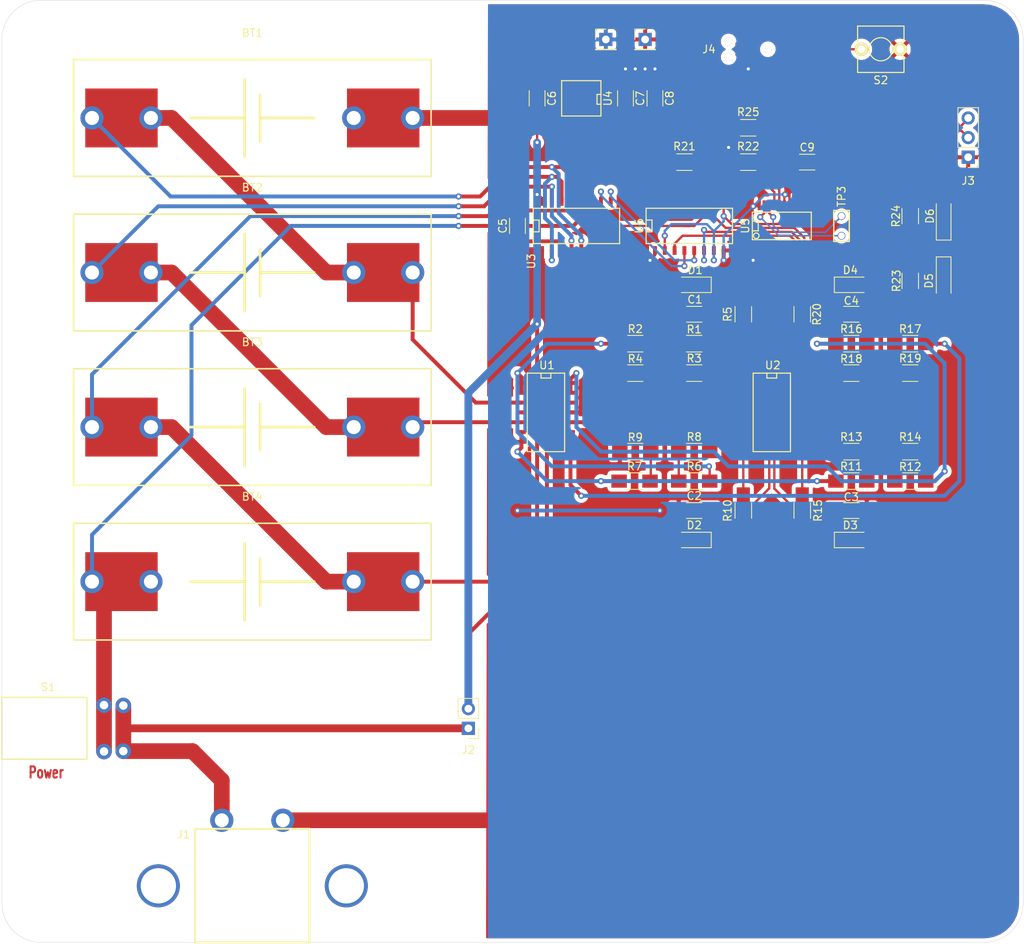
<source format=kicad_pcb>
(kicad_pcb (version 20171130) (host pcbnew "(5.1.9)-1")
  (title_block (title "Avionics Battery Prototype") (date 2021-04-02) (rev B) (company K7ARX) (comment 1 "4s1p rechargeable battery with auto-balancing and state reporting"))
  (layers (0 F.Cu signal) (31 B.Cu signal) (34 B.Paste user) (35 F.Paste user) (36 B.SilkS user) (37 F.SilkS user) (38 B.Mask user) (39 F.Mask user) (44 Edge.Cuts user))
  (net 0 "")
  (net 1 "Net-(BT1-Pad1)")
  (net 2 GND)
  (net 3 "Net-(BT2-Pad1)")
  (net 4 "Net-(BT3-Pad1)")
  (net 5 "Net-(BT4-Pad1)")
  (net 6 V1)
  (net 7 V2)
  (net 8 V3)
  (net 9 V4)
  (net 10 "Net-(C5-Pad2)")
  (net 11 "Net-(C5-Pad1)")
  (net 12 +BATT)
  (net 13 +3V3)
  (net 14 "Net-(C7-Pad2)")
  (net 15 ~RST)
  (net 16 "Net-(D5-Pad2)")
  (net 17 "Net-(D6-Pad2)")
  (net 18 UART_TX)
  (net 19 UART_RX)
  (net 20 TEST)
  (net 21 "Net-(R1-Pad1)")
  (net 22 "Net-(R2-Pad2)")
  (net 23 "Net-(R2-Pad1)")
  (net 24 "Net-(R3-Pad1)")
  (net 25 "Net-(R6-Pad1)")
  (net 26 "Net-(R11-Pad2)")
  (net 27 "Net-(R7-Pad1)")
  (net 28 "Net-(R10-Pad2)")
  (net 29 "Net-(R11-Pad1)")
  (net 30 "Net-(R12-Pad2)")
  (net 31 "Net-(R12-Pad1)")
  (net 32 "Net-(R13-Pad1)")
  (net 33 "Net-(R16-Pad1)")
  (net 34 "Net-(R17-Pad1)")
  (net 35 "Net-(R17-Pad2)")
  (net 36 "Net-(R18-Pad1)")
  (net 37 "Net-(R21-Pad2)")
  (net 38 "Net-(R23-Pad1)")
  (net 39 "Net-(R24-Pad1)")
  (net 40 "Net-(R25-Pad1)")
  (net 41 "Net-(U3-Pad10)")
  (net 42 "Net-(U3-Pad9)")
  (net 43 "Net-(U5-Pad10)")
  (net 44 "Net-(U5-Pad9)")
  (net 45 "Net-(U5-Pad8)")
  (net 46 "Net-(U6-Pad12)")
  (net 47 "Net-(J1-Pad1)")
  (net 48 /X+)
  (net 49 /X-)
  (module "k7arx:PB400 DPST Pushbutton Switch" (layer F.Cu) (at 38.735 122.16 180)
    (fp_text reference S1 (at -5.969 5.334) (layer F.SilkS))
    (fp_text value "Power Switch" hide)
    (pad 1 thru_hole circle (at -15.7 2.95 180) (size 2 2) (drill 1.1) (layers *.Cu *.Mask) (net 47 "Net-(J1-Pad1)"))
    (pad 3 thru_hole circle (at -15.7 -2.95 180) (size 2 2) (drill 1.1) (layers *.Cu *.Mask) (net 47 "Net-(J1-Pad1)"))
    (pad 2 thru_hole circle (at -13.2 3 180) (size 2 2) (drill 1.1) (layers *.Cu *.Mask) (net 5 "Net-(BT4-Pad1)"))
    (pad 4 thru_hole circle (at -13.2 -3 180) (size 2 2) (drill 1.1) (layers *.Cu *.Mask) (net 5 "Net-(BT4-Pad1)"))
    (pad "" np_thru_hole circle (at -1.8 2.2 180) (size 1.9 1.9) (drill 1.9) (layers *.Cu *.Mask))
    (pad "" np_thru_hole circle (at -1.8 -2.2 180) (size 1.9 1.9) (drill 1.9) (layers *.Cu *.Mask))
  )
  (module k7arx:Anderson_PowerPole_PCB_2H1V (layer F.Cu) (at 71.12 149.86 180)
    (fp_text reference J1 (at 8.89 13.97) (layer F.SilkS))
    (fp_text value Jack-DC)
    (pad 1 thru_hole circle (at 3.95 15.8 180) (size 3 3) (drill 1.8) (layers *.Cu *.Mask) (net 47 "Net-(J1-Pad1)"))
    (pad 2 thru_hole circle (at -3.95 15.8 180) (size 3 3) (drill 1.8) (layers *.Cu *.Mask) (net 2 GND))
    (pad "" np_thru_hole circle (at 12.155 7.32 180) (size 5.57 5.57) (drill 4.57) (layers *.Cu *.Mask))
    (pad "" np_thru_hole circle (at -12.155 7.32 180) (size 5.57 5.57) (drill 4.57) (layers *.Cu *.Mask))
  )
  (module Pin_Headers:Pin_Header_Straight_1x02_Pitch2.54mm (layer F.Cu) (at 99.06 122.16 180)
    (fp_text reference J2 (at 0 -2.794) (layer F.SilkS))
    (fp_text value Enable)
    (pad 2 thru_hole oval (at 0 2.54 180) (size 1.7 1.7) (drill 1) (layers *.Cu *.Mask) (net 12 +BATT))
    (pad 1 thru_hole rect (at 0 0 180) (size 1.7 1.7) (drill 1) (layers *.Cu *.Mask) (net 47 "Net-(J1-Pad1)"))
  )
  (module "k7arx:Keystone-92 Battery_Contact 14430" (layer F.Cu) (at 71.12 63.18)
    (fp_text reference BT2 (at 0 -11) (layer F.SilkS))
    (fp_text value 14430)
    (pad 2 thru_hole circle (at 20.735 0) (size 3 3) (drill 1.815) (layers *.Cu *.Mask) (net 1 "Net-(BT1-Pad1)"))
    (pad 2 thru_hole circle (at 13.115 0) (size 3 3) (drill 1.815) (layers *.Cu *.Mask) (net 1 "Net-(BT1-Pad1)"))
    (pad 2 smd rect (at 16.925 0) (size 9.37 7.62) (layers F.Cu F.Paste F.Mask) (net 1 "Net-(BT1-Pad1)"))
    (pad 1 thru_hole circle (at -20.735 0) (size 3 3) (drill 1.815) (layers *.Cu *.Mask) (net 3 "Net-(BT2-Pad1)"))
    (pad 1 thru_hole circle (at -13.115 0) (size 3 3) (drill 1.815) (layers *.Cu *.Mask) (net 3 "Net-(BT2-Pad1)"))
    (pad 1 smd rect (at -16.925 0) (size 9.37 7.62) (layers F.Cu F.Paste F.Mask) (net 3 "Net-(BT2-Pad1)"))
  )
  (module "k7arx:Keystone-92 Battery_Contact 14430" (layer F.Cu) (at 71.12 103.18)
    (fp_text reference BT4 (at 0 -11) (layer F.SilkS))
    (fp_text value 14430)
    (pad 2 thru_hole circle (at 20.735 0) (size 3 3) (drill 1.815) (layers *.Cu *.Mask) (net 4 "Net-(BT3-Pad1)"))
    (pad 2 thru_hole circle (at 13.115 0) (size 3 3) (drill 1.815) (layers *.Cu *.Mask) (net 4 "Net-(BT3-Pad1)"))
    (pad 2 smd rect (at 16.925 0) (size 9.37 7.62) (layers F.Cu F.Paste F.Mask) (net 4 "Net-(BT3-Pad1)"))
    (pad 1 thru_hole circle (at -20.735 0) (size 3 3) (drill 1.815) (layers *.Cu *.Mask) (net 5 "Net-(BT4-Pad1)"))
    (pad 1 thru_hole circle (at -13.115 0) (size 3 3) (drill 1.815) (layers *.Cu *.Mask) (net 5 "Net-(BT4-Pad1)"))
    (pad 1 smd rect (at -16.925 0) (size 9.37 7.62) (layers F.Cu F.Paste F.Mask) (net 5 "Net-(BT4-Pad1)"))
  )
  (module SMD_Packages:SSOP-20 (layer F.Cu) (at 139.5984 57.15)
    (fp_text reference U5 (at -4.7244 0 90) (layer F.SilkS))
    (fp_text value MSP430G2233)
    (pad 1 smd rect (at -2.921 2.667) (size 0.4064 1.27) (layers F.Cu F.Paste F.Mask) (net 13 +3V3))
    (pad 2 smd rect (at -2.286 2.667) (size 0.4064 1.27) (layers F.Cu F.Paste F.Mask) (net 6 V1))
    (pad 3 smd rect (at -1.6256 2.667) (size 0.4064 1.27) (layers F.Cu F.Paste F.Mask) (net 7 V2))
    (pad 4 smd rect (at -0.9652 2.667) (size 0.4064 1.27) (layers F.Cu F.Paste F.Mask) (net 8 V3))
    (pad 5 smd rect (at -0.3302 2.667) (size 0.4064 1.27) (layers F.Cu F.Paste F.Mask) (net 9 V4))
    (pad 6 smd rect (at 0.3302 2.667) (size 0.4064 1.27) (layers F.Cu F.Paste F.Mask) (net 38 "Net-(R23-Pad1)"))
    (pad 7 smd rect (at 0.9906 2.667) (size 0.4064 1.27) (layers F.Cu F.Paste F.Mask) (net 39 "Net-(R24-Pad1)"))
    (pad 8 smd rect (at 1.6256 2.667) (size 0.4064 1.27) (layers F.Cu F.Paste F.Mask) (net 45 "Net-(U5-Pad8)"))
    (pad 9 smd rect (at 2.286 2.667) (size 0.4064 1.27) (layers F.Cu F.Paste F.Mask) (net 44 "Net-(U5-Pad9)"))
    (pad 10 smd rect (at 2.921 2.667) (size 0.4064 1.27) (layers F.Cu F.Paste F.Mask) (net 43 "Net-(U5-Pad10)"))
    (pad 11 smd rect (at 2.921 -2.667) (size 0.4064 1.27) (layers F.Cu F.Paste F.Mask) (net 40 "Net-(R25-Pad1)"))
    (pad 12 smd rect (at 2.286 -2.667) (size 0.4064 1.27) (layers F.Cu F.Paste F.Mask) (net 19 UART_RX))
    (pad 13 smd rect (at 1.6256 -2.667) (size 0.4064 1.27) (layers F.Cu F.Paste F.Mask) (net 18 UART_TX))
    (pad 14 smd rect (at 0.9906 -2.667) (size 0.4064 1.27) (layers F.Cu F.Paste F.Mask) (net 2 GND))
    (pad 15 smd rect (at 0.3302 -2.667) (size 0.4064 1.27) (layers F.Cu F.Paste F.Mask) (net 2 GND))
    (pad 16 smd rect (at -0.3302 -2.667) (size 0.4064 1.27) (layers F.Cu F.Paste F.Mask) (net 15 ~RST))
    (pad 17 smd rect (at -0.9652 -2.667) (size 0.4064 1.27) (layers F.Cu F.Paste F.Mask) (net 20 TEST))
    (pad 18 smd rect (at -1.6256 -2.667) (size 0.4064 1.27) (layers F.Cu F.Paste F.Mask) (net 49 /X-))
    (pad 19 smd rect (at -2.286 -2.667) (size 0.4064 1.27) (layers F.Cu F.Paste F.Mask) (net 48 /X+))
    (pad 20 smd rect (at -2.921 -2.667) (size 0.4064 1.27) (layers F.Cu F.Paste F.Mask) (net 2 GND))
  )
  (module "k7arx:8MM-11 2-pin PCB socket" (layer F.Cu) (at 147.32 57.15 270)
    (fp_text reference TP3 (at -3.81 0 90) (layer F.SilkS))
    (fp_text value XTAL)
    (pad 1 thru_hole circle (at 1.27 0 270) (size 1 1) (drill 0.85) (layers *.Cu *.Mask) (net 48 /X+))
    (pad 2 thru_hole circle (at -1.27 0 270) (size 1 1) (drill 0.85) (layers *.Cu *.Mask) (net 49 /X-))
  )
  (module k7arx:K7ARX-10mm (layer F.Cu) (at 138.43 132.715)
    (fp_text reference G*** hide)
    (fp_text value LOGO hide)
  )
  (module "k7arx:Keystone-92 Battery_Contact 14430" (layer F.Cu) (at 71.12 83.18)
    (fp_text reference BT3 (at 0 -11) (layer F.SilkS))
    (fp_text value 14430)
    (pad 1 smd rect (at -16.925 0) (size 9.37 7.62) (layers F.Cu F.Paste F.Mask) (net 4 "Net-(BT3-Pad1)"))
    (pad 1 thru_hole circle (at -13.115 0) (size 3 3) (drill 1.815) (layers *.Cu *.Mask) (net 4 "Net-(BT3-Pad1)"))
    (pad 1 thru_hole circle (at -20.735 0) (size 3 3) (drill 1.815) (layers *.Cu *.Mask) (net 4 "Net-(BT3-Pad1)"))
    (pad 2 smd rect (at 16.925 0) (size 9.37 7.62) (layers F.Cu F.Paste F.Mask) (net 3 "Net-(BT2-Pad1)"))
    (pad 2 thru_hole circle (at 13.115 0) (size 3 3) (drill 1.815) (layers *.Cu *.Mask) (net 3 "Net-(BT2-Pad1)"))
    (pad 2 thru_hole circle (at 20.735 0) (size 3 3) (drill 1.815) (layers *.Cu *.Mask) (net 3 "Net-(BT2-Pad1)"))
  )
  (module "k7arx:Keystone-92 Battery_Contact 14430" (layer F.Cu) (at 71.12 43.18)
    (fp_text reference BT1 (at 0 -11) (layer F.SilkS))
    (fp_text value 14430)
    (pad 1 smd rect (at -16.925 0) (size 9.37 7.62) (layers F.Cu F.Paste F.Mask) (net 1 "Net-(BT1-Pad1)"))
    (pad 1 thru_hole circle (at -13.115 0) (size 3 3) (drill 1.815) (layers *.Cu *.Mask) (net 1 "Net-(BT1-Pad1)"))
    (pad 1 thru_hole circle (at -20.735 0) (size 3 3) (drill 1.815) (layers *.Cu *.Mask) (net 1 "Net-(BT1-Pad1)"))
    (pad 2 smd rect (at 16.925 0) (size 9.37 7.62) (layers F.Cu F.Paste F.Mask) (net 2 GND))
    (pad 2 thru_hole circle (at 13.115 0) (size 3 3) (drill 1.815) (layers *.Cu *.Mask) (net 2 GND))
    (pad 2 thru_hole circle (at 20.735 0) (size 3 3) (drill 1.815) (layers *.Cu *.Mask) (net 2 GND))
  )
  (module SMD_Packages:SOIC-14_N (layer F.Cu) (at 109.22 81.28 270)
    (fp_text reference U1 (at -6.096 0 180) (layer F.SilkS))
    (fp_text value OPA4197)
    (pad 1 smd rect (at -3.81 3.302 270) (size 0.508 1.143) (layers F.Cu F.Paste F.Mask) (net 22 "Net-(R2-Pad2)"))
    (pad 2 smd rect (at -2.54 3.302 270) (size 0.508 1.143) (layers F.Cu F.Paste F.Mask) (net 22 "Net-(R2-Pad2)"))
    (pad 3 smd rect (at -1.27 3.302 270) (size 0.508 1.143) (layers F.Cu F.Paste F.Mask) (net 1 "Net-(BT1-Pad1)"))
    (pad 4 smd rect (at 0 3.302 270) (size 0.508 1.143) (layers F.Cu F.Paste F.Mask) (net 12 +BATT))
    (pad 5 smd rect (at 1.27 3.302 270) (size 0.508 1.143) (layers F.Cu F.Paste F.Mask) (net 3 "Net-(BT2-Pad1)"))
    (pad 6 smd rect (at 2.54 3.302 270) (size 0.508 1.143) (layers F.Cu F.Paste F.Mask) (net 26 "Net-(R11-Pad2)"))
    (pad 7 smd rect (at 3.81 3.302 270) (size 0.508 1.143) (layers F.Cu F.Paste F.Mask) (net 26 "Net-(R11-Pad2)"))
    (pad 8 smd rect (at 3.81 -3.048 270) (size 0.508 1.143) (layers F.Cu F.Paste F.Mask) (net 35 "Net-(R17-Pad2)"))
    (pad 9 smd rect (at 2.54 -3.048 270) (size 0.508 1.143) (layers F.Cu F.Paste F.Mask) (net 35 "Net-(R17-Pad2)"))
    (pad 11 smd rect (at 0 -3.048 270) (size 0.508 1.143) (layers F.Cu F.Paste F.Mask) (net 2 GND))
    (pad 12 smd rect (at -1.27 -3.048 270) (size 0.508 1.143) (layers F.Cu F.Paste F.Mask) (net 4 "Net-(BT3-Pad1)"))
    (pad 13 smd rect (at -2.54 -3.048 270) (size 0.508 1.143) (layers F.Cu F.Paste F.Mask) (net 30 "Net-(R12-Pad2)"))
    (pad 14 smd rect (at -3.81 -3.048 270) (size 0.508 1.143) (layers F.Cu F.Paste F.Mask) (net 30 "Net-(R12-Pad2)"))
    (pad 10 smd rect (at 1.27 -3.048 270) (size 0.508 1.143) (layers F.Cu F.Paste F.Mask) (net 12 +BATT))
  )
  (module SMD_Packages:SOIC-14_N (layer F.Cu) (at 138.43 81.28 270)
    (fp_text reference U2 (at -6.096 0 180) (layer F.SilkS))
    (fp_text value OPA4197)
    (pad 10 smd rect (at 1.27 -3.048 270) (size 0.508 1.143) (layers F.Cu F.Paste F.Mask) (net 31 "Net-(R12-Pad1)"))
    (pad 14 smd rect (at -3.81 -3.048 270) (size 0.508 1.143) (layers F.Cu F.Paste F.Mask) (net 36 "Net-(R18-Pad1)"))
    (pad 13 smd rect (at -2.54 -3.048 270) (size 0.508 1.143) (layers F.Cu F.Paste F.Mask) (net 33 "Net-(R16-Pad1)"))
    (pad 12 smd rect (at -1.27 -3.048 270) (size 0.508 1.143) (layers F.Cu F.Paste F.Mask) (net 34 "Net-(R17-Pad1)"))
    (pad 11 smd rect (at 0 -3.048 270) (size 0.508 1.143) (layers F.Cu F.Paste F.Mask) (net 2 GND))
    (pad 9 smd rect (at 2.54 -3.048 270) (size 0.508 1.143) (layers F.Cu F.Paste F.Mask) (net 29 "Net-(R11-Pad1)"))
    (pad 8 smd rect (at 3.81 -3.048 270) (size 0.508 1.143) (layers F.Cu F.Paste F.Mask) (net 32 "Net-(R13-Pad1)"))
    (pad 7 smd rect (at 3.81 3.302 270) (size 0.508 1.143) (layers F.Cu F.Paste F.Mask) (net 28 "Net-(R10-Pad2)"))
    (pad 6 smd rect (at 2.54 3.302 270) (size 0.508 1.143) (layers F.Cu F.Paste F.Mask) (net 25 "Net-(R6-Pad1)"))
    (pad 5 smd rect (at 1.27 3.302 270) (size 0.508 1.143) (layers F.Cu F.Paste F.Mask) (net 27 "Net-(R7-Pad1)"))
    (pad 4 smd rect (at 0 3.302 270) (size 0.508 1.143) (layers F.Cu F.Paste F.Mask) (net 12 +BATT))
    (pad 3 smd rect (at -1.27 3.302 270) (size 0.508 1.143) (layers F.Cu F.Paste F.Mask) (net 23 "Net-(R2-Pad1)"))
    (pad 2 smd rect (at -2.54 3.302 270) (size 0.508 1.143) (layers F.Cu F.Paste F.Mask) (net 21 "Net-(R1-Pad1)"))
    (pad 1 smd rect (at -3.81 3.302 270) (size 0.508 1.143) (layers F.Cu F.Paste F.Mask) (net 24 "Net-(R3-Pad1)"))
  )
  (module Capacitors_SMD:C_1206_HandSoldering (layer F.Cu) (at 128.27 68.58 180)
    (fp_text reference C1 (at -0.095 1.905) (layer F.SilkS))
    (fp_text value 0.1u hide)
    (pad 2 smd rect (at 2 0 180) (size 2 1.6) (layers F.Cu F.Paste F.Mask) (net 2 GND))
    (pad 1 smd rect (at -2 0 180) (size 2 1.6) (layers F.Cu F.Paste F.Mask) (net 6 V1))
  )
  (module Capacitors_SMD:C_1206_HandSoldering (layer F.Cu) (at 128.27 93.98 180)
    (fp_text reference C2 (at 0 1.905) (layer F.SilkS))
    (fp_text value 0.1u hide)
    (pad 1 smd rect (at -2 0 180) (size 2 1.6) (layers F.Cu F.Paste F.Mask) (net 7 V2))
    (pad 2 smd rect (at 2 0 180) (size 2 1.6) (layers F.Cu F.Paste F.Mask) (net 2 GND))
  )
  (module Capacitors_SMD:C_1206_HandSoldering (layer F.Cu) (at 148.59 93.98)
    (fp_text reference C3 (at 0 -1.75) (layer F.SilkS))
    (fp_text value 0.1u hide)
    (pad 2 smd rect (at 2 0) (size 2 1.6) (layers F.Cu F.Paste F.Mask) (net 2 GND))
    (pad 1 smd rect (at -2 0) (size 2 1.6) (layers F.Cu F.Paste F.Mask) (net 8 V3))
  )
  (module Capacitors_SMD:C_1206_HandSoldering (layer F.Cu) (at 148.59 68.58)
    (fp_text reference C4 (at 0 -1.75) (layer F.SilkS))
    (fp_text value 0.1u hide)
    (pad 1 smd rect (at -2 0) (size 2 1.6) (layers F.Cu F.Paste F.Mask) (net 9 V4))
    (pad 2 smd rect (at 2 0) (size 2 1.6) (layers F.Cu F.Paste F.Mask) (net 2 GND))
  )
  (module Capacitors_SMD:C_1206_HandSoldering (layer F.Cu) (at 105.41 57.15 270)
    (fp_text reference C5 (at 0 1.905 90) (layer F.SilkS))
    (fp_text value 1u hide)
    (pad 2 smd rect (at 2 0 270) (size 2 1.6) (layers F.Cu F.Paste F.Mask) (net 10 "Net-(C5-Pad2)"))
    (pad 1 smd rect (at -2 0 270) (size 2 1.6) (layers F.Cu F.Paste F.Mask) (net 11 "Net-(C5-Pad1)"))
  )
  (module Capacitors_SMD:C_1206_HandSoldering (layer F.Cu) (at 107.95 40.64 90)
    (fp_text reference C6 (at 0 1.905 90) (layer F.SilkS))
    (fp_text value 1u hide)
    (pad 2 smd rect (at 2 0 90) (size 2 1.6) (layers F.Cu F.Paste F.Mask) (net 2 GND))
    (pad 1 smd rect (at -2 0 90) (size 2 1.6) (layers F.Cu F.Paste F.Mask) (net 12 +BATT))
  )
  (module Capacitors_SMD:C_1206_HandSoldering (layer F.Cu) (at 119.38 40.64 270)
    (fp_text reference C7 (at 0 -1.905 90) (layer F.SilkS))
    (fp_text value 10n hide)
    (pad 1 smd rect (at -2 0 270) (size 2 1.6) (layers F.Cu F.Paste F.Mask) (net 13 +3V3))
    (pad 2 smd rect (at 2 0 270) (size 2 1.6) (layers F.Cu F.Paste F.Mask) (net 14 "Net-(C7-Pad2)"))
  )
  (module Capacitors_SMD:C_1206_HandSoldering (layer F.Cu) (at 123.19 40.64 270)
    (fp_text reference C8 (at 0 -1.905 90) (layer F.SilkS))
    (fp_text value 10u hide)
    (pad 1 smd rect (at -2 0 270) (size 2 1.6) (layers F.Cu F.Paste F.Mask) (net 13 +3V3))
    (pad 2 smd rect (at 2 0 270) (size 2 1.6) (layers F.Cu F.Paste F.Mask) (net 2 GND))
  )
  (module Capacitors_SMD:C_1206_HandSoldering (layer F.Cu) (at 142.875 48.895)
    (fp_text reference C9 (at 0 -1.905) (layer F.SilkS))
    (fp_text value 10n hide)
    (pad 2 smd rect (at 2 0) (size 2 1.6) (layers F.Cu F.Paste F.Mask) (net 2 GND))
    (pad 1 smd rect (at -2 0) (size 2 1.6) (layers F.Cu F.Paste F.Mask) (net 15 ~RST))
  )
  (module Diodes_SMD:D_SOD-123F (layer F.Cu) (at 128.27 64.77 180)
    (fp_text reference D1 (at -0.127 1.905) (layer F.SilkS))
    (fp_text value "3.6V Zener" hide)
    (pad 1 smd rect (at -1.4 0 180) (size 1.1 1.1) (layers F.Cu F.Paste F.Mask) (net 6 V1))
    (pad 2 smd rect (at 1.4 0 180) (size 1.1 1.1) (layers F.Cu F.Paste F.Mask) (net 2 GND))
  )
  (module Diodes_SMD:D_SOD-123F (layer F.Cu) (at 128.27 97.79 180)
    (fp_text reference D2 (at 0 1.905) (layer F.SilkS))
    (fp_text value "3.6V Zener" hide)
    (pad 2 smd rect (at 1.4 0 180) (size 1.1 1.1) (layers F.Cu F.Paste F.Mask) (net 2 GND))
    (pad 1 smd rect (at -1.4 0 180) (size 1.1 1.1) (layers F.Cu F.Paste F.Mask) (net 7 V2))
  )
  (module Diodes_SMD:D_SOD-123F (layer F.Cu) (at 148.59 97.79)
    (fp_text reference D3 (at -0.127 -1.905) (layer F.SilkS))
    (fp_text value "3.6V Zener" hide)
    (pad 1 smd rect (at -1.4 0) (size 1.1 1.1) (layers F.Cu F.Paste F.Mask) (net 8 V3))
    (pad 2 smd rect (at 1.4 0) (size 1.1 1.1) (layers F.Cu F.Paste F.Mask) (net 2 GND))
  )
  (module Diodes_SMD:D_SOD-123F (layer F.Cu) (at 148.59 64.77)
    (fp_text reference D4 (at -0.127 -1.905) (layer F.SilkS))
    (fp_text value "3.6V Zener" hide)
    (pad 2 smd rect (at 1.4 0) (size 1.1 1.1) (layers F.Cu F.Paste F.Mask) (net 2 GND))
    (pad 1 smd rect (at -1.4 0) (size 1.1 1.1) (layers F.Cu F.Paste F.Mask) (net 9 V4))
  )
  (module LEDs:LED_1206_HandSoldering (layer F.Cu) (at 160.528 64.262 270)
    (fp_text reference D5 (at 0 1.905 90) (layer F.SilkS))
    (fp_text value LED hide)
    (pad 2 smd rect (at 2 0 270) (size 2 1.7) (layers F.Cu F.Paste F.Mask) (net 16 "Net-(D5-Pad2)"))
    (pad 1 smd rect (at -2 0 270) (size 2 1.7) (layers F.Cu F.Paste F.Mask) (net 2 GND))
  )
  (module LEDs:LED_1206_HandSoldering (layer F.Cu) (at 160.528 55.88 90)
    (fp_text reference D6 (at 0 -1.778 90) (layer F.SilkS))
    (fp_text value LED hide)
    (pad 1 smd rect (at -2 0 90) (size 2 1.7) (layers F.Cu F.Paste F.Mask) (net 2 GND))
    (pad 2 smd rect (at 2 0 90) (size 2 1.7) (layers F.Cu F.Paste F.Mask) (net 17 "Net-(D6-Pad2)"))
  )
  (module Pin_Headers:Pin_Header_Straight_1x03_Pitch2.54mm (layer F.Cu) (at 163.703 48.26 180)
    (fp_text reference J3 (at 0 -3.048) (layer F.SilkS))
    (fp_text value UART hide)
    (pad 3 thru_hole oval (at 0 5.08 180) (size 1.7 1.7) (drill 1) (layers *.Cu *.Mask) (net 18 UART_TX))
    (pad 2 thru_hole oval (at 0 2.54 180) (size 1.7 1.7) (drill 1) (layers *.Cu *.Mask) (net 19 UART_RX))
    (pad 1 thru_hole rect (at 0 0 180) (size 1.7 1.7) (drill 1) (layers *.Cu *.Mask) (net 2 GND))
  )
  (module Resistors_SMD:R_1206_HandSoldering (layer F.Cu) (at 128.27 72.39)
    (fp_text reference R1 (at 0 -1.85) (layer F.SilkS))
    (fp_text value 200k hide)
    (pad 1 smd rect (at -2 0) (size 2 1.7) (layers F.Cu F.Paste F.Mask) (net 21 "Net-(R1-Pad1)"))
    (pad 2 smd rect (at 2 0) (size 2 1.7) (layers F.Cu F.Paste F.Mask) (net 2 GND))
  )
  (module Resistors_SMD:R_1206_HandSoldering (layer F.Cu) (at 120.65 72.39 180)
    (fp_text reference R2 (at 0 1.905) (layer F.SilkS))
    (fp_text value 200k hide)
    (pad 2 smd rect (at 2 0 180) (size 2 1.7) (layers F.Cu F.Paste F.Mask) (net 22 "Net-(R2-Pad2)"))
    (pad 1 smd rect (at -2 0 180) (size 2 1.7) (layers F.Cu F.Paste F.Mask) (net 23 "Net-(R2-Pad1)"))
  )
  (module Resistors_SMD:R_1206_HandSoldering (layer F.Cu) (at 128.27 76.2 180)
    (fp_text reference R3 (at 0 1.905) (layer F.SilkS))
    (fp_text value 100k hide)
    (pad 1 smd rect (at -2 0 180) (size 2 1.7) (layers F.Cu F.Paste F.Mask) (net 24 "Net-(R3-Pad1)"))
    (pad 2 smd rect (at 2 0 180) (size 2 1.7) (layers F.Cu F.Paste F.Mask) (net 21 "Net-(R1-Pad1)"))
  )
  (module Resistors_SMD:R_1206_HandSoldering (layer F.Cu) (at 120.65 76.2)
    (fp_text reference R4 (at 0 -1.85) (layer F.SilkS))
    (fp_text value 100k hide)
    (pad 2 smd rect (at 2 0) (size 2 1.7) (layers F.Cu F.Paste F.Mask) (net 23 "Net-(R2-Pad1)"))
    (pad 1 smd rect (at -2 0) (size 2 1.7) (layers F.Cu F.Paste F.Mask) (net 2 GND))
  )
  (module Resistors_SMD:R_1206_HandSoldering (layer F.Cu) (at 134.62 68.58 270)
    (fp_text reference R5 (at 0 2.032 90) (layer F.SilkS))
    (fp_text value 330 hide)
    (pad 2 smd rect (at 2 0 270) (size 2 1.7) (layers F.Cu F.Paste F.Mask) (net 24 "Net-(R3-Pad1)"))
    (pad 1 smd rect (at -2 0 270) (size 2 1.7) (layers F.Cu F.Paste F.Mask) (net 6 V1))
  )
  (module Resistors_SMD:R_1206_HandSoldering (layer F.Cu) (at 128.27 90.17)
    (fp_text reference R6 (at 0 -1.905) (layer F.SilkS))
    (fp_text value 200k hide)
    (pad 1 smd rect (at -2 0) (size 2 1.7) (layers F.Cu F.Paste F.Mask) (net 25 "Net-(R6-Pad1)"))
    (pad 2 smd rect (at 2 0) (size 2 1.7) (layers F.Cu F.Paste F.Mask) (net 22 "Net-(R2-Pad2)"))
  )
  (module Resistors_SMD:R_1206_HandSoldering (layer F.Cu) (at 120.555 90.17 180)
    (fp_text reference R7 (at 0 1.905) (layer F.SilkS))
    (fp_text value 200k hide)
    (pad 2 smd rect (at 2 0 180) (size 2 1.7) (layers F.Cu F.Paste F.Mask) (net 26 "Net-(R11-Pad2)"))
    (pad 1 smd rect (at -2 0 180) (size 2 1.7) (layers F.Cu F.Paste F.Mask) (net 27 "Net-(R7-Pad1)"))
  )
  (module Resistors_SMD:R_1206_HandSoldering (layer F.Cu) (at 128.27 86.36 180)
    (fp_text reference R8 (at 0 1.905) (layer F.SilkS))
    (fp_text value 100k hide)
    (pad 2 smd rect (at 2 0 180) (size 2 1.7) (layers F.Cu F.Paste F.Mask) (net 25 "Net-(R6-Pad1)"))
    (pad 1 smd rect (at -2 0 180) (size 2 1.7) (layers F.Cu F.Paste F.Mask) (net 28 "Net-(R10-Pad2)"))
  )
  (module Resistors_SMD:R_1206_HandSoldering (layer F.Cu) (at 120.65 86.36)
    (fp_text reference R9 (at 0 -1.85) (layer F.SilkS))
    (fp_text value 100k hide)
    (pad 2 smd rect (at 2 0) (size 2 1.7) (layers F.Cu F.Paste F.Mask) (net 27 "Net-(R7-Pad1)"))
    (pad 1 smd rect (at -2 0) (size 2 1.7) (layers F.Cu F.Paste F.Mask) (net 2 GND))
  )
  (module Resistors_SMD:R_1206_HandSoldering (layer F.Cu) (at 134.62 93.98 90)
    (fp_text reference R10 (at 0 -2.032 90) (layer F.SilkS))
    (fp_text value 330 hide)
    (pad 1 smd rect (at -2 0 90) (size 2 1.7) (layers F.Cu F.Paste F.Mask) (net 7 V2))
    (pad 2 smd rect (at 2 0 90) (size 2 1.7) (layers F.Cu F.Paste F.Mask) (net 28 "Net-(R10-Pad2)"))
  )
  (module Resistors_SMD:R_1206_HandSoldering (layer F.Cu) (at 148.59 90.17 180)
    (fp_text reference R11 (at 0 1.905) (layer F.SilkS))
    (fp_text value 200k hide)
    (pad 1 smd rect (at -2 0 180) (size 2 1.7) (layers F.Cu F.Paste F.Mask) (net 29 "Net-(R11-Pad1)"))
    (pad 2 smd rect (at 2 0 180) (size 2 1.7) (layers F.Cu F.Paste F.Mask) (net 26 "Net-(R11-Pad2)"))
  )
  (module Resistors_SMD:R_1206_HandSoldering (layer F.Cu) (at 156.21 90.17)
    (fp_text reference R12 (at 0 -1.85) (layer F.SilkS))
    (fp_text value 200k hide)
    (pad 2 smd rect (at 2 0) (size 2 1.7) (layers F.Cu F.Paste F.Mask) (net 30 "Net-(R12-Pad2)"))
    (pad 1 smd rect (at -2 0) (size 2 1.7) (layers F.Cu F.Paste F.Mask) (net 31 "Net-(R12-Pad1)"))
  )
  (module Resistors_SMD:R_1206_HandSoldering (layer F.Cu) (at 148.59 86.36)
    (fp_text reference R13 (at 0 -1.905) (layer F.SilkS))
    (fp_text value 100k hide)
    (pad 1 smd rect (at -2 0) (size 2 1.7) (layers F.Cu F.Paste F.Mask) (net 32 "Net-(R13-Pad1)"))
    (pad 2 smd rect (at 2 0) (size 2 1.7) (layers F.Cu F.Paste F.Mask) (net 29 "Net-(R11-Pad1)"))
  )
  (module Resistors_SMD:R_1206_HandSoldering (layer F.Cu) (at 156.21 86.36 180)
    (fp_text reference R14 (at 0 1.905) (layer F.SilkS))
    (fp_text value 100k hide)
    (pad 2 smd rect (at 2 0 180) (size 2 1.7) (layers F.Cu F.Paste F.Mask) (net 31 "Net-(R12-Pad1)"))
    (pad 1 smd rect (at -2 0 180) (size 2 1.7) (layers F.Cu F.Paste F.Mask) (net 2 GND))
  )
  (module Resistors_SMD:R_1206_HandSoldering (layer F.Cu) (at 142.24 93.98 90)
    (fp_text reference R15 (at 0 2.032 90) (layer F.SilkS))
    (fp_text value 330 hide)
    (pad 2 smd rect (at 2 0 90) (size 2 1.7) (layers F.Cu F.Paste F.Mask) (net 32 "Net-(R13-Pad1)"))
    (pad 1 smd rect (at -2 0 90) (size 2 1.7) (layers F.Cu F.Paste F.Mask) (net 8 V3))
  )
  (module Resistors_SMD:R_1206_HandSoldering (layer F.Cu) (at 148.59 72.39 180)
    (fp_text reference R16 (at 0 1.905) (layer F.SilkS))
    (fp_text value 200k hide)
    (pad 1 smd rect (at -2 0 180) (size 2 1.7) (layers F.Cu F.Paste F.Mask) (net 33 "Net-(R16-Pad1)"))
    (pad 2 smd rect (at 2 0 180) (size 2 1.7) (layers F.Cu F.Paste F.Mask) (net 30 "Net-(R12-Pad2)"))
  )
  (module Resistors_SMD:R_1206_HandSoldering (layer F.Cu) (at 156.21 72.39)
    (fp_text reference R17 (at 0 -1.905) (layer F.SilkS))
    (fp_text value 200k hide)
    (pad 1 smd rect (at -2 0) (size 2 1.7) (layers F.Cu F.Paste F.Mask) (net 34 "Net-(R17-Pad1)"))
    (pad 2 smd rect (at 2 0) (size 2 1.7) (layers F.Cu F.Paste F.Mask) (net 35 "Net-(R17-Pad2)"))
  )
  (module Resistors_SMD:R_1206_HandSoldering (layer F.Cu) (at 148.59 76.2)
    (fp_text reference R18 (at 0 -1.85) (layer F.SilkS))
    (fp_text value 100k hide)
    (pad 2 smd rect (at 2 0) (size 2 1.7) (layers F.Cu F.Paste F.Mask) (net 33 "Net-(R16-Pad1)"))
    (pad 1 smd rect (at -2 0) (size 2 1.7) (layers F.Cu F.Paste F.Mask) (net 36 "Net-(R18-Pad1)"))
  )
  (module Resistors_SMD:R_1206_HandSoldering (layer F.Cu) (at 156.21 76.2 180)
    (fp_text reference R19 (at 0 1.905) (layer F.SilkS))
    (fp_text value 100k hide)
    (pad 1 smd rect (at -2 0 180) (size 2 1.7) (layers F.Cu F.Paste F.Mask) (net 2 GND))
    (pad 2 smd rect (at 2 0 180) (size 2 1.7) (layers F.Cu F.Paste F.Mask) (net 34 "Net-(R17-Pad1)"))
  )
  (module Resistors_SMD:R_1206_HandSoldering (layer F.Cu) (at 142.24 68.58 270)
    (fp_text reference R20 (at 0 -1.905 90) (layer F.SilkS))
    (fp_text value 330 hide)
    (pad 1 smd rect (at -2 0 270) (size 2 1.7) (layers F.Cu F.Paste F.Mask) (net 9 V4))
    (pad 2 smd rect (at 2 0 270) (size 2 1.7) (layers F.Cu F.Paste F.Mask) (net 36 "Net-(R18-Pad1)"))
  )
  (module Resistors_SMD:R_1206_HandSoldering (layer F.Cu) (at 127 48.895)
    (fp_text reference R21 (at 0 -2.032) (layer F.SilkS))
    (fp_text value 33k hide)
    (pad 2 smd rect (at 2 0) (size 2 1.7) (layers F.Cu F.Paste F.Mask) (net 37 "Net-(R21-Pad2)"))
    (pad 1 smd rect (at -2 0) (size 2 1.7) (layers F.Cu F.Paste F.Mask) (net 12 +BATT))
  )
  (module Resistors_SMD:R_1206_HandSoldering (layer F.Cu) (at 135.255 48.895)
    (fp_text reference R22 (at 0 -2.032) (layer F.SilkS))
    (fp_text value 33k hide)
    (pad 1 smd rect (at -2 0) (size 2 1.7) (layers F.Cu F.Paste F.Mask) (net 13 +3V3))
    (pad 2 smd rect (at 2 0) (size 2 1.7) (layers F.Cu F.Paste F.Mask) (net 15 ~RST))
  )
  (module Resistors_SMD:R_1206_HandSoldering (layer F.Cu) (at 156.21 64.262 270)
    (fp_text reference R23 (at 0 1.778 90) (layer F.SilkS))
    (fp_text value 330 hide)
    (pad 2 smd rect (at 2 0 270) (size 2 1.7) (layers F.Cu F.Paste F.Mask) (net 16 "Net-(D5-Pad2)"))
    (pad 1 smd rect (at -2 0 270) (size 2 1.7) (layers F.Cu F.Paste F.Mask) (net 38 "Net-(R23-Pad1)"))
  )
  (module Resistors_SMD:R_1206_HandSoldering (layer F.Cu) (at 156.21 55.88 90)
    (fp_text reference R24 (at 0 -1.85 90) (layer F.SilkS))
    (fp_text value 330 hide)
    (pad 2 smd rect (at 2 0 90) (size 2 1.7) (layers F.Cu F.Paste F.Mask) (net 17 "Net-(D6-Pad2)"))
    (pad 1 smd rect (at -2 0 90) (size 2 1.7) (layers F.Cu F.Paste F.Mask) (net 39 "Net-(R24-Pad1)"))
  )
  (module Resistors_SMD:R_1206_HandSoldering (layer F.Cu) (at 135.255 44.45)
    (fp_text reference R25 (at 0 -2.032) (layer F.SilkS))
    (fp_text value 33k hide)
    (pad 1 smd rect (at -2 0) (size 2 1.7) (layers F.Cu F.Paste F.Mask) (net 40 "Net-(R25-Pad1)"))
    (pad 2 smd rect (at 2 0) (size 2 1.7) (layers F.Cu F.Paste F.Mask) (net 2 GND))
  )
  (module SMD_Packages:SO-16-N (layer F.Cu) (at 113.03 57.15)
    (fp_text reference U3 (at -5.842 4.572 90) (layer F.SilkS))
    (fp_text value CD4052B)
    (pad 16 smd rect (at -4.445 -3.175) (size 0.508 1.143) (layers F.Cu F.Paste F.Mask) (net 12 +BATT))
    (pad 14 smd rect (at -1.905 -3.175) (size 0.508 1.143) (layers F.Cu F.Paste F.Mask) (net 3 "Net-(BT2-Pad1)"))
    (pad 13 smd rect (at -0.635 -3.175) (size 0.508 1.143) (layers F.Cu F.Paste F.Mask) (net 11 "Net-(C5-Pad1)"))
    (pad 12 smd rect (at 0.635 -3.175) (size 0.508 1.143) (layers F.Cu F.Paste F.Mask) (net 1 "Net-(BT1-Pad1)"))
    (pad 11 smd rect (at 1.905 -3.175) (size 0.508 1.143) (layers F.Cu F.Paste F.Mask) (net 5 "Net-(BT4-Pad1)"))
    (pad 10 smd rect (at 3.175 -3.175) (size 0.508 1.143) (layers F.Cu F.Paste F.Mask) (net 41 "Net-(U3-Pad10)"))
    (pad 9 smd rect (at 4.445 -3.175) (size 0.508 1.143) (layers F.Cu F.Paste F.Mask) (net 42 "Net-(U3-Pad9)"))
    (pad 8 smd rect (at 4.445 3.175) (size 0.508 1.143) (layers F.Cu F.Paste F.Mask) (net 2 GND))
    (pad 7 smd rect (at 3.175 3.175) (size 0.508 1.143) (layers F.Cu F.Paste F.Mask) (net 2 GND))
    (pad 6 smd rect (at 1.905 3.175) (size 0.508 1.143) (layers F.Cu F.Paste F.Mask) (net 37 "Net-(R21-Pad2)"))
    (pad 5 smd rect (at 0.635 3.175) (size 0.508 1.143) (layers F.Cu F.Paste F.Mask) (net 1 "Net-(BT1-Pad1)"))
    (pad 4 smd rect (at -0.635 3.175) (size 0.508 1.143) (layers F.Cu F.Paste F.Mask) (net 4 "Net-(BT3-Pad1)"))
    (pad 3 smd rect (at -1.905 3.175) (size 0.508 1.143) (layers F.Cu F.Paste F.Mask) (net 10 "Net-(C5-Pad2)"))
    (pad 2 smd rect (at -3.175 3.175) (size 0.508 1.143) (layers F.Cu F.Paste F.Mask) (net 3 "Net-(BT2-Pad1)"))
    (pad 1 smd rect (at -4.445 3.175) (size 0.508 1.143) (layers F.Cu F.Paste F.Mask) (net 2 GND))
    (pad 15 smd rect (at -3.175 -3.175) (size 0.508 1.143) (layers F.Cu F.Paste F.Mask) (net 4 "Net-(BT3-Pad1)"))
  )
  (module SMD_Packages:SO-16-N (layer F.Cu) (at 127.635 57.15)
    (fp_text reference U6 (at -6.477 0 90) (layer F.SilkS))
    (fp_text value CD40109B)
    (pad 15 smd rect (at -3.175 -3.175) (size 0.508 1.143) (layers F.Cu F.Paste F.Mask) (net 2 GND))
    (pad 1 smd rect (at -4.445 3.175) (size 0.508 1.143) (layers F.Cu F.Paste F.Mask) (net 13 +3V3))
    (pad 2 smd rect (at -3.175 3.175) (size 0.508 1.143) (layers F.Cu F.Paste F.Mask) (net 40 "Net-(R25-Pad1)"))
    (pad 3 smd rect (at -1.905 3.175) (size 0.508 1.143) (layers F.Cu F.Paste F.Mask) (net 45 "Net-(U5-Pad8)"))
    (pad 4 smd rect (at -0.635 3.175) (size 0.508 1.143) (layers F.Cu F.Paste F.Mask) (net 41 "Net-(U3-Pad10)"))
    (pad 5 smd rect (at 0.635 3.175) (size 0.508 1.143) (layers F.Cu F.Paste F.Mask) (net 42 "Net-(U3-Pad9)"))
    (pad 6 smd rect (at 1.905 3.175) (size 0.508 1.143) (layers F.Cu F.Paste F.Mask) (net 44 "Net-(U5-Pad9)"))
    (pad 7 smd rect (at 3.175 3.175) (size 0.508 1.143) (layers F.Cu F.Paste F.Mask) (net 40 "Net-(R25-Pad1)"))
    (pad 8 smd rect (at 4.445 3.175) (size 0.508 1.143) (layers F.Cu F.Paste F.Mask) (net 2 GND))
    (pad 9 smd rect (at 4.445 -3.175) (size 0.508 1.143) (layers F.Cu F.Paste F.Mask) (net 40 "Net-(R25-Pad1)"))
    (pad 10 smd rect (at 3.175 -3.175) (size 0.508 1.143) (layers F.Cu F.Paste F.Mask) (net 43 "Net-(U5-Pad10)"))
    (pad 11 smd rect (at 1.905 -3.175) (size 0.508 1.143) (layers F.Cu F.Paste F.Mask) (net 37 "Net-(R21-Pad2)"))
    (pad 12 smd rect (at 0.635 -3.175) (size 0.508 1.143) (layers F.Cu F.Paste F.Mask) (net 46 "Net-(U6-Pad12)"))
    (pad 13 smd rect (at -0.635 -3.175) (size 0.508 1.143) (layers F.Cu F.Paste F.Mask) (net 2 GND))
    (pad 14 smd rect (at -1.905 -3.175) (size 0.508 1.143) (layers F.Cu F.Paste F.Mask) (net 2 GND))
    (pad 16 smd rect (at -4.445 -3.175) (size 0.508 1.143) (layers F.Cu F.Paste F.Mask) (net 12 +BATT))
  )
  (module SMD_Packages:SOIC-8-N (layer F.Cu) (at 113.665 40.64 180)
    (fp_text reference U4 (at -3.429 0 90) (layer F.SilkS))
    (fp_text value LT1763)
    (pad 1 smd rect (at -1.905 3.175 180) (size 0.508 1.143) (layers F.Cu F.Paste F.Mask) (net 13 +3V3))
    (pad 2 smd rect (at -0.635 3.175 180) (size 0.508 1.143) (layers F.Cu F.Paste F.Mask) (net 13 +3V3))
    (pad 3 smd rect (at 0.635 3.175 180) (size 0.508 1.143) (layers F.Cu F.Paste F.Mask) (net 2 GND))
    (pad 4 smd rect (at 1.905 3.175 180) (size 0.508 1.143) (layers F.Cu F.Paste F.Mask) (net 14 "Net-(C7-Pad2)"))
    (pad 5 smd rect (at 1.905 -3.175 180) (size 0.508 1.143) (layers F.Cu F.Paste F.Mask) (net 12 +BATT))
    (pad 6 smd rect (at 0.635 -3.175 180) (size 0.508 1.143) (layers F.Cu F.Paste F.Mask) (net 2 GND))
    (pad 7 smd rect (at -0.635 -3.175 180) (size 0.508 1.143) (layers F.Cu F.Paste F.Mask) (net 2 GND))
    (pad 8 smd rect (at -1.905 -3.175 180) (size 0.508 1.143) (layers F.Cu F.Paste F.Mask) (net 12 +BATT))
  )
  (module k7arx:Tag-Connect_TC2030-NL (layer F.Cu) (at 136.525 34.29 180)
    (fp_text reference J4 (at 6.35 0) (layer F.SilkS))
    (fp_text value "SBW JTAG" hide)
    (pad "" np_thru_hole circle (at 3.81 -1.016 180) (size 1 1) (drill 0.991) (layers *.Cu *.Mask F.SilkS))
    (pad "" np_thru_hole circle (at 3.81 1.016 180) (size 1 1) (drill 0.991) (layers *.Cu *.Mask F.SilkS))
    (pad "" np_thru_hole circle (at -1.27 0 180) (size 1 1) (drill 0.991) (layers *.Cu *.Mask F.SilkS))
    (pad 6 smd circle (at 2.54 -0.635 180) (size 0.787 0.787) (layers F.Cu F.Paste F.Mask) (net 20 TEST))
    (pad 5 smd circle (at 2.54 0.635 180) (size 0.787 0.787) (layers F.Cu F.Paste F.Mask) (net 2 GND))
    (pad 4 smd circle (at 1.27 -0.635 180) (size 0.787 0.787) (layers F.Cu F.Paste F.Mask) (net 13 +3V3))
    (pad 3 smd circle (at 1.27 0.635 180) (size 0.787 0.787) (layers F.Cu F.Paste F.Mask) (net 2 GND))
    (pad 2 smd circle (at 0 -0.635 180) (size 0.787 0.787) (layers F.Cu F.Paste F.Mask) (net 13 +3V3))
    (pad 1 smd circle (at 0 0.635 180) (size 0.787 0.787) (layers F.Cu F.Paste F.Mask) (net 15 ~RST))
    (pad 1 smd circle (at 0 0.635 180) (size 0.787 0.787) (layers F.Cu F.Paste F.Mask) (net 15 ~RST))
    (pad 2 smd circle (at 0 -0.635 180) (size 0.787 0.787) (layers F.Cu F.Paste F.Mask) (net 13 +3V3))
    (pad 3 smd circle (at 1.27 0.635 180) (size 0.787 0.787) (layers F.Cu F.Paste F.Mask) (net 2 GND))
    (pad 4 smd circle (at 1.27 -0.635 180) (size 0.787 0.787) (layers F.Cu F.Paste F.Mask) (net 13 +3V3))
    (pad 5 smd circle (at 2.54 0.635 180) (size 0.787 0.787) (layers F.Cu F.Paste F.Mask) (net 2 GND))
    (pad 6 smd circle (at 2.54 -0.635 180) (size 0.787 0.787) (layers F.Cu F.Paste F.Mask) (net 20 TEST))
    (pad "" np_thru_hole circle (at -1.27 0 180) (size 1 1) (drill 0.991) (layers *.Cu *.Mask F.SilkS))
    (pad "" np_thru_hole circle (at 3.81 1.016 180) (size 1 1) (drill 0.991) (layers *.Cu *.Mask F.SilkS))
    (pad "" np_thru_hole circle (at 3.81 -1.016 180) (size 1 1) (drill 0.991) (layers *.Cu *.Mask F.SilkS))
  )
  (module k7arx:EVQ2_Momentary_Switch (layer F.Cu) (at 152.4 34.29)
    (fp_text reference S2 (at 0 4) (layer F.SilkS))
    (fp_text value "Tac Switch" hide)
    (pad 1 thru_hole circle (at -2.5 0) (size 1.75 1.75) (drill 1) (layers *.Cu *.Mask F.SilkS) (net 15 ~RST))
    (pad 2 thru_hole circle (at 2.5 0) (size 1.75 1.75) (drill 1) (layers *.Cu *.Mask F.SilkS) (net 2 GND))
  )
  (module Pin_Headers:Pin_Header_Straight_1x01_Pitch2.54mm (layer F.Cu) (at 116.84 33.02)
    (fp_text reference TP1 hide)
    (fp_text value 3V3)
    (pad 1 thru_hole rect (at 0 0) (size 1.7 1.7) (drill 1) (layers *.Cu *.Mask) (net 13 +3V3))
  )
  (module Pin_Headers:Pin_Header_Straight_1x01_Pitch2.54mm (layer F.Cu) (at 121.92 33.02)
    (fp_text reference TP2 hide)
    (fp_text value Gnd)
    (pad 1 thru_hole rect (at 0 0) (size 1.7 1.7) (drill 1) (layers *.Cu *.Mask) (net 2 GND))
  )
  (gr_arc (start 165.735 33.02) (end 170.815 33.02) (angle -90) (layer Edge.Cuts) (width 0.05))
  (gr_arc (start 43.815 33.02) (end 43.815 27.94) (angle -90) (layer Edge.Cuts) (width 0.05))
  (gr_arc (start 43.815 144.78) (end 38.735 144.78) (angle -90) (layer Edge.Cuts) (width 0.05))
  (gr_arc (start 165.735 144.78) (end 165.735 149.86) (angle -90) (layer Edge.Cuts) (width 0.05))
  (gr_line (start 170.815 33.02) (end 170.815 144.78) (layer Edge.Cuts) (width 0.05))
  (gr_line (start 43.815 149.86) (end 165.735 149.86) (layer Edge.Cuts) (width 0.05))
  (gr_line (start 38.735 33.02) (end 38.735 144.78) (layer Edge.Cuts) (width 0.05))
  (gr_text Power (at 44.45 127.875) (layer F.Cu) (effects (font (size 1.4478 1.016) (thickness 0.254))))
  (gr_line (start 43.815 27.94) (end 165.735 27.94) (layer Edge.Cuts) (width 0.05))
  (gr_text "Avionics Battery Prototype \nRev C 210402" (at 138.43 142.875) (layer F.Cu) (effects (font (size 1.905 1.524) (thickness 0.254))))
  (via (at 113.665 59.055) (size 0.8) (drill 0.4) (layers F.Cu B.Cu) (net 1))
  (segment (start 60.545 53.34) (end 97.79 53.34) (width 0.508) (layer B.Cu) (net 1))
  (segment (start 50.385 43.18) (end 60.545 53.34) (width 0.508) (layer B.Cu) (net 1))
  (via (at 97.79 53.34) (size 0.8) (drill 0.4) (layers F.Cu B.Cu) (net 1))
  (via (at 109.855 49.53) (size 0.8) (drill 0.4) (layers F.Cu B.Cu) (net 1))
  (segment (start 113.665 58.42) (end 110.744 55.499) (width 0.508) (layer B.Cu) (net 1))
  (segment (start 110.744 50.419) (end 109.855 49.53) (width 0.508) (layer B.Cu) (net 1))
  (segment (start 110.744 55.499) (end 110.744 50.419) (width 0.508) (layer B.Cu) (net 1))
  (segment (start 113.665 59.055) (end 113.665 58.42) (width 0.508) (layer B.Cu) (net 1))
  (segment (start 113.665 60.325) (end 113.665 59.055) (width 0.508) (layer F.Cu) (net 1))
  (segment (start 100.584 53.34) (end 97.79 53.34) (width 0.508) (layer F.Cu) (net 1))
  (segment (start 104.394 49.53) (end 100.584 53.34) (width 0.508) (layer F.Cu) (net 1))
  (segment (start 109.855 49.53) (end 104.394 49.53) (width 0.508) (layer F.Cu) (net 1))
  (segment (start 88.045 63.18) (end 88.045 64.77) (width 0.508) (layer F.Cu) (net 1))
  (segment (start 91.855 71.855) (end 91.855 63.18) (width 0.508) (layer F.Cu) (net 1))
  (segment (start 100.01 80.01) (end 91.855 71.855) (width 0.508) (layer F.Cu) (net 1))
  (segment (start 105.918 80.01) (end 100.01 80.01) (width 0.508) (layer F.Cu) (net 1))
  (segment (start 54.195 43.18) (end 60.68 43.18) (width 2.032) (layer F.Cu) (net 1))
  (segment (start 80.68 63.18) (end 88.045 63.18) (width 2.032) (layer F.Cu) (net 1))
  (segment (start 60.68 43.18) (end 80.68 63.18) (width 2.032) (layer F.Cu) (net 1))
  (segment (start 111.125 49.53) (end 109.855 49.53) (width 0.508) (layer F.Cu) (net 1))
  (segment (start 113.665 53.975) (end 113.665 52.07) (width 0.508) (layer F.Cu) (net 1))
  (segment (start 113.665 52.07) (end 111.125 49.53) (width 0.508) (layer F.Cu) (net 1))
  (segment (start 88.045 43.18) (end 104.14 43.18) (width 2.032) (layer F.Cu) (net 2))
  (segment (start 139.9286 54.483) (end 140.589 54.483) (width 0.3) (layer F.Cu) (net 2))
  (via (at 132.08 61.595) (size 0.8) (drill 0.4) (layers F.Cu B.Cu) (net 2))
  (segment (start 132.08 60.325) (end 132.08 61.595) (width 0.3) (layer F.Cu) (net 2))
  (via (at 135.89 54.61) (size 0.8) (drill 0.4) (layers F.Cu B.Cu) (net 2))
  (segment (start 136.5504 54.61) (end 136.6774 54.483) (width 0.3) (layer F.Cu) (net 2))
  (segment (start 135.89 54.61) (end 136.5504 54.61) (width 0.3) (layer F.Cu) (net 2))
  (segment (start 136.6774 54.483) (end 136.6774 53.1114) (width 0.3) (layer F.Cu) (net 2))
  (segment (start 135.255 33.655) (end 133.985 33.655) (width 0.3) (layer F.Cu) (net 2))
  (segment (start 139.9286 53.1756) (end 140.0182 53.086) (width 0.3) (layer F.Cu) (net 2))
  (via (at 140.0182 53.086) (size 0.8) (drill 0.4) (layers F.Cu B.Cu) (net 2))
  (segment (start 139.9286 54.483) (end 139.9286 53.1756) (width 0.3) (layer F.Cu) (net 2))
  (segment (start 137.414 53.086) (end 135.89 54.61) (width 0.3) (layer B.Cu) (net 2))
  (segment (start 140.0182 53.086) (end 137.414 53.086) (width 0.3) (layer B.Cu) (net 2))
  (segment (start 132.08 58.42) (end 132.08 59.055) (width 0.3) (layer B.Cu) (net 2))
  (segment (start 132.08 59.055) (end 132.08 61.595) (width 0.3) (layer B.Cu) (net 2))
  (segment (start 135.89 54.61) (end 132.08 58.42) (width 0.3) (layer B.Cu) (net 2))
  (segment (start 140.589 54.483) (end 140.589 52.578) (width 0.3) (layer F.Cu) (net 2))
  (via (at 123.825 93.98) (size 0.8) (drill 0.4) (layers F.Cu B.Cu) (net 2))
  (segment (start 126.27 93.98) (end 123.825 93.98) (width 0.3) (layer F.Cu) (net 2))
  (via (at 105.41 93.98) (size 0.8) (drill 0.4) (layers F.Cu B.Cu) (net 2))
  (segment (start 123.825 93.98) (end 105.41 93.98) (width 0.508) (layer B.Cu) (net 2))
  (segment (start 75.07 134.06) (end 104.596 134.06) (width 2.032) (layer F.Cu) (net 2))
  (via (at 109.855 61.595) (size 0.8) (drill 0.4) (layers F.Cu B.Cu) (net 3))
  (segment (start 109.855 60.325) (end 109.855 61.595) (width 0.508) (layer F.Cu) (net 3))
  (via (at 97.79 54.61) (size 0.8) (drill 0.4) (layers F.Cu B.Cu) (net 3))
  (via (at 109.855 50.8) (size 0.8) (drill 0.4) (layers F.Cu B.Cu) (net 3))
  (segment (start 109.855 50.959998) (end 109.855 50.8) (width 0.3) (layer F.Cu) (net 3))
  (segment (start 109.855 57.023) (end 109.855 61.595) (width 0.508) (layer B.Cu) (net 3))
  (segment (start 108.966 56.134) (end 109.855 57.023) (width 0.508) (layer B.Cu) (net 3))
  (segment (start 108.966 51.689) (end 108.966 56.134) (width 0.508) (layer B.Cu) (net 3))
  (segment (start 109.855 50.8) (end 108.966 51.689) (width 0.508) (layer B.Cu) (net 3))
  (segment (start 101.092 54.61) (end 97.79 54.61) (width 0.508) (layer F.Cu) (net 3))
  (segment (start 104.902 50.8) (end 101.092 54.61) (width 0.508) (layer F.Cu) (net 3))
  (segment (start 109.855 50.8) (end 104.902 50.8) (width 0.508) (layer F.Cu) (net 3))
  (segment (start 58.955 54.61) (end 50.385 63.18) (width 0.508) (layer B.Cu) (net 3))
  (segment (start 97.79 54.61) (end 58.955 54.61) (width 0.508) (layer B.Cu) (net 3))
  (segment (start 92.485 82.55) (end 91.855 83.18) (width 0.508) (layer F.Cu) (net 3))
  (segment (start 105.918 82.55) (end 92.485 82.55) (width 0.508) (layer F.Cu) (net 3))
  (segment (start 54.195 63.18) (end 60.68 63.18) (width 2.032) (layer F.Cu) (net 3))
  (segment (start 80.68 83.18) (end 88.045 83.18) (width 2.032) (layer F.Cu) (net 3))
  (segment (start 60.68 63.18) (end 80.68 83.18) (width 2.032) (layer F.Cu) (net 3))
  (segment (start 111.125 53.975) (end 111.125 51.435) (width 0.508) (layer F.Cu) (net 3))
  (segment (start 110.49 50.8) (end 109.855 50.8) (width 0.508) (layer F.Cu) (net 3))
  (segment (start 111.125 51.435) (end 110.49 50.8) (width 0.508) (layer F.Cu) (net 3))
  (segment (start 111.3965 80.01) (end 112.268 80.01) (width 0.508) (layer F.Cu) (net 4))
  (segment (start 107.95 83.4565) (end 111.3965 80.01) (width 0.508) (layer F.Cu) (net 4))
  (via (at 97.79 55.88) (size 0.8) (drill 0.4) (layers F.Cu B.Cu) (net 4))
  (segment (start 101.6 55.88) (end 97.79 55.88) (width 0.508) (layer F.Cu) (net 4))
  (via (at 112.395 59.055) (size 0.8) (drill 0.4) (layers F.Cu B.Cu) (net 4))
  (segment (start 112.395 60.325) (end 112.395 59.055) (width 0.508) (layer F.Cu) (net 4))
  (via (at 109.855 52.07) (size 0.8) (drill 0.4) (layers F.Cu B.Cu) (net 4))
  (segment (start 112.395 59.055) (end 112.395 58.42) (width 0.508) (layer B.Cu) (net 4))
  (segment (start 109.855 55.88) (end 109.855 52.07) (width 0.508) (layer B.Cu) (net 4))
  (segment (start 112.395 58.42) (end 109.855 55.88) (width 0.508) (layer B.Cu) (net 4))
  (segment (start 105.41 52.07) (end 101.6 55.88) (width 0.508) (layer F.Cu) (net 4))
  (segment (start 109.855 53.975) (end 109.855 52.07) (width 0.508) (layer F.Cu) (net 4))
  (segment (start 109.855 52.07) (end 105.41 52.07) (width 0.508) (layer F.Cu) (net 4))
  (segment (start 50.385 76.365) (end 50.385 83.18) (width 0.508) (layer B.Cu) (net 4))
  (segment (start 70.87 55.88) (end 50.385 76.365) (width 0.508) (layer B.Cu) (net 4))
  (segment (start 97.79 55.88) (end 70.87 55.88) (width 0.508) (layer B.Cu) (net 4))
  (segment (start 103.97 103.18) (end 107.95 99.2) (width 0.508) (layer F.Cu) (net 4))
  (segment (start 88.045 103.18) (end 103.97 103.18) (width 0.508) (layer F.Cu) (net 4))
  (segment (start 107.95 99.2) (end 107.95 83.4565) (width 0.508) (layer F.Cu) (net 4))
  (segment (start 54.195 83.18) (end 60.68 83.18) (width 2.032) (layer F.Cu) (net 4))
  (segment (start 80.68 103.18) (end 88.045 103.18) (width 2.032) (layer F.Cu) (net 4))
  (segment (start 60.68 83.18) (end 80.68 103.18) (width 2.032) (layer F.Cu) (net 4))
  (via (at 97.79 57.15) (size 0.8) (drill 0.4) (layers F.Cu B.Cu) (net 5))
  (segment (start 114.935 54.8465) (end 114.935 53.975) (width 0.508) (layer F.Cu) (net 5))
  (segment (start 112.6315 57.15) (end 114.935 54.8465) (width 0.508) (layer F.Cu) (net 5))
  (segment (start 97.79 57.15) (end 112.6315 57.15) (width 0.508) (layer F.Cu) (net 5))
  (segment (start 50.385 97.115) (end 50.385 103.18) (width 0.508) (layer B.Cu) (net 5))
  (segment (start 63.25 84.25) (end 50.385 97.115) (width 0.508) (layer B.Cu) (net 5))
  (segment (start 63.25 70) (end 63.25 84.25) (width 0.508) (layer B.Cu) (net 5))
  (segment (start 76.1 57.15) (end 63.25 70) (width 0.508) (layer B.Cu) (net 5))
  (segment (start 97.79 57.15) (end 76.1 57.15) (width 0.508) (layer B.Cu) (net 5))
  (segment (start 51.935 119.16) (end 51.935 125.16) (width 2.032) (layer F.Cu) (net 5))
  (segment (start 51.935 105.44) (end 54.195 103.18) (width 2.032) (layer F.Cu) (net 5))
  (segment (start 51.935 119.16) (end 51.935 105.44) (width 2.032) (layer F.Cu) (net 5))
  (segment (start 132.62 68.58) (end 134.62 66.58) (width 0.3) (layer F.Cu) (net 6))
  (segment (start 130.27 68.58) (end 132.62 68.58) (width 0.3) (layer F.Cu) (net 6))
  (segment (start 130.27 65.37) (end 129.67 64.77) (width 0.3) (layer F.Cu) (net 6))
  (segment (start 130.27 68.58) (end 130.27 65.37) (width 0.3) (layer F.Cu) (net 6))
  (segment (start 137.3124 63.8876) (end 134.62 66.58) (width 0.3) (layer F.Cu) (net 6))
  (segment (start 137.3124 59.817) (end 137.3124 63.8876) (width 0.3) (layer F.Cu) (net 6))
  (segment (start 132.62 93.98) (end 134.62 95.98) (width 0.3) (layer F.Cu) (net 7))
  (segment (start 130.27 93.98) (end 132.62 93.98) (width 0.3) (layer F.Cu) (net 7))
  (segment (start 130.27 97.19) (end 129.67 97.79) (width 0.3) (layer F.Cu) (net 7))
  (segment (start 130.27 93.98) (end 130.27 97.19) (width 0.3) (layer F.Cu) (net 7))
  (segment (start 134.62 94.460002) (end 134.62 95.98) (width 0.3) (layer F.Cu) (net 7))
  (segment (start 137.9728 91.107202) (end 134.62 94.460002) (width 0.3) (layer F.Cu) (net 7))
  (segment (start 137.9728 59.817) (end 137.9728 91.107202) (width 0.3) (layer F.Cu) (net 7))
  (segment (start 144.24 93.98) (end 142.24 95.98) (width 0.3) (layer F.Cu) (net 8))
  (segment (start 146.59 93.98) (end 144.24 93.98) (width 0.3) (layer F.Cu) (net 8))
  (segment (start 146.59 97.19) (end 147.19 97.79) (width 0.3) (layer F.Cu) (net 8))
  (segment (start 146.59 93.98) (end 146.59 97.19) (width 0.3) (layer F.Cu) (net 8))
  (segment (start 142.24 94.742) (end 142.24 95.98) (width 0.3) (layer F.Cu) (net 8))
  (segment (start 138.6332 91.1352) (end 142.24 94.742) (width 0.3) (layer F.Cu) (net 8))
  (segment (start 138.6332 59.817) (end 138.6332 91.1352) (width 0.3) (layer F.Cu) (net 8))
  (segment (start 144.24 68.58) (end 142.24 66.58) (width 0.3) (layer F.Cu) (net 9))
  (segment (start 146.59 68.58) (end 144.24 68.58) (width 0.3) (layer F.Cu) (net 9))
  (segment (start 146.59 65.37) (end 147.19 64.77) (width 0.3) (layer F.Cu) (net 9))
  (segment (start 146.59 68.58) (end 146.59 65.37) (width 0.3) (layer F.Cu) (net 9))
  (segment (start 139.2682 63.6082) (end 142.24 66.58) (width 0.3) (layer F.Cu) (net 9))
  (segment (start 139.2682 59.817) (end 139.2682 63.6082) (width 0.3) (layer F.Cu) (net 9))
  (segment (start 111.125 59.4535) (end 111.125 60.325) (width 0.508) (layer F.Cu) (net 10))
  (segment (start 110.8215 59.15) (end 111.125 59.4535) (width 0.508) (layer F.Cu) (net 10))
  (segment (start 105.41 59.15) (end 110.8215 59.15) (width 0.508) (layer F.Cu) (net 10))
  (segment (start 105.41 55.15) (end 111.405502 55.15) (width 0.508) (layer F.Cu) (net 11))
  (segment (start 112.395 53.975) (end 112.395 54.737) (width 0.508) (layer F.Cu) (net 11))
  (segment (start 111.982 55.15) (end 111.405502 55.15) (width 0.508) (layer F.Cu) (net 11))
  (segment (start 112.395 54.737) (end 111.982 55.15) (width 0.508) (layer F.Cu) (net 11))
  (segment (start 110.585 42.64) (end 111.76 43.815) (width 0.3) (layer F.Cu) (net 12))
  (segment (start 107.95 42.64) (end 110.585 42.64) (width 0.3) (layer F.Cu) (net 12))
  (segment (start 111.76 43.815) (end 111.76 45.72) (width 0.3) (layer F.Cu) (net 12))
  (segment (start 111.76 45.72) (end 112.395 46.355) (width 0.3) (layer F.Cu) (net 12))
  (segment (start 115.57 43.815) (end 115.57 45.72) (width 0.3) (layer F.Cu) (net 12))
  (segment (start 114.935 46.355) (end 112.395 46.355) (width 0.3) (layer F.Cu) (net 12))
  (segment (start 115.57 45.72) (end 114.935 46.355) (width 0.3) (layer F.Cu) (net 12))
  (via (at 107.95 69.85) (size 0.8) (drill 0.4) (layers F.Cu B.Cu) (net 12))
  (segment (start 99.06 78.74) (end 107.95 69.85) (width 1) (layer B.Cu) (net 12))
  (segment (start 107.95 69.85) (end 107.95 80.1195) (width 0.508) (layer F.Cu) (net 12))
  (segment (start 107.95 80.1195) (end 106.7895 81.28) (width 0.508) (layer F.Cu) (net 12))
  (segment (start 106.7895 81.28) (end 105.918 81.28) (width 0.508) (layer F.Cu) (net 12))
  (segment (start 112.268 82.55) (end 121.285 82.55) (width 0.508) (layer F.Cu) (net 12))
  (segment (start 122.555 81.28) (end 135.128 81.28) (width 0.508) (layer F.Cu) (net 12))
  (segment (start 121.285 82.55) (end 122.555 81.28) (width 0.508) (layer F.Cu) (net 12))
  (via (at 107.95 46.355) (size 0.8) (drill 0.4) (layers F.Cu B.Cu) (net 12))
  (segment (start 107.95 46.355) (end 107.95 42.64) (width 0.3) (layer F.Cu) (net 12))
  (segment (start 107.95 69.85) (end 107.95 66.04) (width 1) (layer B.Cu) (net 12))
  (segment (start 118.745 48.895) (end 115.57 45.72) (width 0.3) (layer F.Cu) (net 12))
  (segment (start 123.19 53.975) (end 123.19 50.165) (width 0.3) (layer F.Cu) (net 12))
  (segment (start 123.19 50.165) (end 121.92 48.895) (width 0.3) (layer F.Cu) (net 12))
  (segment (start 121.92 48.895) (end 118.745 48.895) (width 0.3) (layer F.Cu) (net 12))
  (segment (start 125 48.895) (end 121.92 48.895) (width 0.3) (layer F.Cu) (net 12))
  (via (at 107.95 53.086) (size 0.8) (drill 0.4) (layers F.Cu B.Cu) (net 12))
  (segment (start 107.95 52.705) (end 107.95 46.355) (width 1) (layer B.Cu) (net 12))
  (segment (start 107.95 66.04) (end 107.95 52.705) (width 1) (layer B.Cu) (net 12))
  (segment (start 108.585 53.721) (end 107.95 53.086) (width 0.508) (layer F.Cu) (net 12))
  (segment (start 108.585 53.975) (end 108.585 53.721) (width 0.508) (layer F.Cu) (net 12))
  (segment (start 110.49 82.55) (end 112.268 82.55) (width 0.508) (layer F.Cu) (net 12))
  (segment (start 109.22 83.82) (end 110.49 82.55) (width 0.508) (layer F.Cu) (net 12))
  (segment (start 109.22 99.78) (end 109.22 83.82) (width 0.508) (layer F.Cu) (net 12))
  (segment (start 99.06 109.94) (end 109.22 99.78) (width 0.508) (layer F.Cu) (net 12))
  (segment (start 99.06 109.94) (end 99.06 119.62) (width 0.508) (layer F.Cu) (net 12))
  (segment (start 99.06 78.74) (end 99.06 119.62) (width 1.016) (layer B.Cu) (net 12))
  (segment (start 119.38 38.64) (end 121.38 38.64) (width 0.3) (layer F.Cu) (net 13))
  (segment (start 121.38 38.64) (end 123.19 38.64) (width 0.3) (layer F.Cu) (net 13))
  (segment (start 114.3 37.465) (end 115.57 37.465) (width 0.3) (layer F.Cu) (net 13))
  (segment (start 118.205 37.465) (end 119.38 38.64) (width 0.3) (layer F.Cu) (net 13))
  (segment (start 115.57 37.465) (end 118.205 37.465) (width 0.3) (layer F.Cu) (net 13))
  (via (at 123.19 36.83) (size 0.8) (drill 0.4) (layers F.Cu B.Cu) (net 13))
  (segment (start 123.19 38.64) (end 123.19 36.83) (width 0.3) (layer F.Cu) (net 13))
  (via (at 121.92 36.83) (size 0.8) (drill 0.4) (layers F.Cu B.Cu) (net 13))
  (segment (start 123.19 36.83) (end 121.92 36.83) (width 0.3) (layer B.Cu) (net 13))
  (via (at 120.65 36.83) (size 0.8) (drill 0.4) (layers F.Cu B.Cu) (net 13))
  (segment (start 121.92 36.83) (end 120.65 36.83) (width 0.3) (layer F.Cu) (net 13))
  (via (at 119.38 36.83) (size 0.8) (drill 0.4) (layers F.Cu B.Cu) (net 13))
  (segment (start 120.65 36.83) (end 119.38 36.83) (width 0.3) (layer B.Cu) (net 13))
  (segment (start 119.38 36.83) (end 119.38 38.64) (width 0.3) (layer F.Cu) (net 13))
  (via (at 135.89 61.595) (size 0.8) (drill 0.4) (layers F.Cu B.Cu) (net 13))
  (segment (start 136.6774 60.8076) (end 135.89 61.595) (width 0.3) (layer F.Cu) (net 13))
  (segment (start 136.6774 59.817) (end 136.6774 60.8076) (width 0.3) (layer F.Cu) (net 13))
  (via (at 132.715 46.99) (size 0.8) (drill 0.4) (layers F.Cu B.Cu) (net 13))
  (segment (start 133.255 47.53) (end 132.715 46.99) (width 0.3) (layer F.Cu) (net 13))
  (segment (start 133.255 48.895) (end 133.255 47.53) (width 0.3) (layer F.Cu) (net 13))
  (via (at 122.555 61.595) (size 0.8) (drill 0.4) (layers F.Cu B.Cu) (net 13))
  (segment (start 123.19 60.96) (end 122.555 61.595) (width 0.3) (layer F.Cu) (net 13))
  (segment (start 123.19 60.325) (end 123.19 60.96) (width 0.3) (layer F.Cu) (net 13))
  (segment (start 135.255 34.925) (end 136.525 34.925) (width 0.3) (layer F.Cu) (net 13))
  (via (at 135.255 36.83) (size 0.8) (drill 0.4) (layers F.Cu B.Cu) (net 13))
  (segment (start 135.255 34.925) (end 135.255 36.83) (width 0.3) (layer F.Cu) (net 13))
  (segment (start 116.0635 42.64) (end 119.38 42.64) (width 0.3) (layer F.Cu) (net 14))
  (segment (start 111.76 38.3365) (end 116.0635 42.64) (width 0.3) (layer F.Cu) (net 14))
  (segment (start 111.76 37.465) (end 111.76 38.3365) (width 0.3) (layer F.Cu) (net 14))
  (segment (start 139.065 48.895) (end 140.875 48.895) (width 0.3) (layer F.Cu) (net 15))
  (segment (start 137.255 48.895) (end 139.065 48.895) (width 0.3) (layer F.Cu) (net 15))
  (segment (start 136.525 33.02) (end 136.525 33.655) (width 0.3) (layer F.Cu) (net 15))
  (segment (start 139.065 33.02) (end 138.43 32.385) (width 0.3) (layer F.Cu) (net 15))
  (segment (start 139.065 34.925) (end 139.065 33.02) (width 0.3) (layer F.Cu) (net 15))
  (segment (start 135.89 38.1) (end 139.065 34.925) (width 0.3) (layer F.Cu) (net 15))
  (segment (start 135.89 47.625) (end 135.89 38.1) (width 0.3) (layer F.Cu) (net 15))
  (segment (start 137.16 48.895) (end 135.89 47.625) (width 0.3) (layer F.Cu) (net 15))
  (segment (start 137.16 32.385) (end 136.525 33.02) (width 0.3) (layer F.Cu) (net 15))
  (segment (start 138.43 32.385) (end 137.16 32.385) (width 0.3) (layer F.Cu) (net 15))
  (segment (start 137.255 48.895) (end 137.16 48.895) (width 0.3) (layer F.Cu) (net 15))
  (segment (start 139.7 34.29) (end 139.065 34.925) (width 0.3) (layer F.Cu) (net 15))
  (segment (start 149.9 34.29) (end 147.32 34.29) (width 0.3) (layer F.Cu) (net 15))
  (segment (start 147.32 34.29) (end 139.7 34.29) (width 0.3) (layer F.Cu) (net 15))
  (segment (start 147.36 34.29) (end 147.32 34.29) (width 0.3) (layer F.Cu) (net 15))
  (segment (start 137.255 50.451) (end 137.255 48.895) (width 0.3) (layer F.Cu) (net 15))
  (segment (start 139.2682 52.4642) (end 137.255 50.451) (width 0.3) (layer F.Cu) (net 15))
  (segment (start 139.2682 54.483) (end 139.2682 52.4642) (width 0.3) (layer F.Cu) (net 15))
  (segment (start 156.21 66.262) (end 160.528 66.262) (width 0.3) (layer F.Cu) (net 16))
  (segment (start 156.21 53.88) (end 160.528 53.88) (width 0.3) (layer F.Cu) (net 17))
  (segment (start 162.814 44.20399) (end 163.703 43.18) (width 0.3) (layer F.Cu) (net 18))
  (segment (start 154.94 51.435) (end 162.17101 44.20399) (width 0.3) (layer F.Cu) (net 18))
  (segment (start 141.224 53.467) (end 143.256 51.435) (width 0.3) (layer F.Cu) (net 18))
  (segment (start 141.224 54.483) (end 141.224 53.467) (width 0.3) (layer F.Cu) (net 18))
  (segment (start 143.256 51.435) (end 154.94 51.435) (width 0.3) (layer F.Cu) (net 18))
  (segment (start 162.17101 44.20399) (end 162.814 44.20399) (width 0.3) (layer F.Cu) (net 18))
  (segment (start 143.51 52.07) (end 141.8844 53.6956) (width 0.3) (layer F.Cu) (net 19))
  (segment (start 155.194 52.07) (end 143.51 52.07) (width 0.3) (layer F.Cu) (net 19))
  (segment (start 162.433 44.831) (end 155.194 52.07) (width 0.3) (layer F.Cu) (net 19))
  (segment (start 141.8844 53.6956) (end 141.8844 54.483) (width 0.3) (layer F.Cu) (net 19))
  (segment (start 163.703 45.72) (end 162.814 44.831) (width 0.3) (layer F.Cu) (net 19))
  (segment (start 162.433 44.831) (end 162.814 44.831) (width 0.3) (layer F.Cu) (net 19))
  (segment (start 135.255 37.940002) (end 133.985 36.670002) (width 0.3) (layer F.Cu) (net 20))
  (segment (start 135.255 49.403) (end 135.255 37.940002) (width 0.3) (layer F.Cu) (net 20))
  (segment (start 133.985 36.670002) (end 133.985 34.925) (width 0.3) (layer F.Cu) (net 20))
  (segment (start 138.6332 52.7812) (end 135.255 49.403) (width 0.3) (layer F.Cu) (net 20))
  (segment (start 138.6332 54.483) (end 138.6332 52.7812) (width 0.3) (layer F.Cu) (net 20))
  (segment (start 135.128 78.74) (end 127.635 78.74) (width 0.3) (layer F.Cu) (net 21))
  (segment (start 126.27 77.375) (end 126.27 76.2) (width 0.3) (layer F.Cu) (net 21))
  (segment (start 127.635 78.74) (end 126.27 77.375) (width 0.3) (layer F.Cu) (net 21))
  (segment (start 126.27 72.39) (end 126.27 76.2) (width 0.3) (layer F.Cu) (net 21))
  (segment (start 105.918 78.74) (end 105.918 77.47) (width 0.508) (layer F.Cu) (net 22))
  (via (at 105.41 76.2) (size 0.8) (drill 0.4) (layers F.Cu B.Cu) (net 22))
  (segment (start 105.918 76.708) (end 105.41 76.2) (width 0.508) (layer F.Cu) (net 22))
  (segment (start 105.918 77.47) (end 105.918 76.708) (width 0.508) (layer F.Cu) (net 22))
  (segment (start 105.41 76.2) (end 109.22 72.39) (width 0.508) (layer B.Cu) (net 22))
  (via (at 116.205 72.39) (size 0.8) (drill 0.4) (layers F.Cu B.Cu) (net 22))
  (segment (start 109.22 72.39) (end 116.205 72.39) (width 0.508) (layer B.Cu) (net 22))
  (segment (start 116.205 72.39) (end 118.65 72.39) (width 0.508) (layer F.Cu) (net 22))
  (via (at 130.175 88.265) (size 0.8) (drill 0.4) (layers F.Cu B.Cu) (net 22))
  (segment (start 130.27 88.36) (end 130.175 88.265) (width 0.3) (layer F.Cu) (net 22))
  (segment (start 130.27 90.17) (end 130.27 88.36) (width 0.3) (layer F.Cu) (net 22))
  (segment (start 105.41 83.82) (end 105.41 76.2) (width 0.508) (layer B.Cu) (net 22))
  (segment (start 109.855 88.265) (end 105.41 83.82) (width 0.508) (layer B.Cu) (net 22))
  (segment (start 130.175 88.265) (end 109.855 88.265) (width 0.508) (layer B.Cu) (net 22))
  (segment (start 135.128 80.01) (end 125.095 80.01) (width 0.3) (layer F.Cu) (net 23))
  (segment (start 122.65 77.565) (end 122.65 76.2) (width 0.3) (layer F.Cu) (net 23))
  (segment (start 125.095 80.01) (end 122.65 77.565) (width 0.3) (layer F.Cu) (net 23))
  (segment (start 122.65 72.39) (end 122.65 76.2) (width 0.3) (layer F.Cu) (net 23))
  (segment (start 131.54 77.47) (end 130.27 76.2) (width 0.3) (layer F.Cu) (net 24))
  (segment (start 135.128 77.47) (end 131.54 77.47) (width 0.3) (layer F.Cu) (net 24))
  (segment (start 135.128 77.47) (end 135.128 76.073) (width 0.3) (layer F.Cu) (net 24))
  (segment (start 134.62 75.565) (end 134.62 70.58) (width 0.3) (layer F.Cu) (net 24))
  (segment (start 135.128 76.073) (end 134.62 75.565) (width 0.3) (layer F.Cu) (net 24))
  (segment (start 126.27 86.36) (end 126.27 90.17) (width 0.3) (layer F.Cu) (net 25))
  (segment (start 135.128 83.82) (end 127.635 83.82) (width 0.3) (layer F.Cu) (net 25))
  (segment (start 126.27 85.185) (end 126.27 86.36) (width 0.3) (layer F.Cu) (net 25))
  (segment (start 127.635 83.82) (end 126.27 85.185) (width 0.3) (layer F.Cu) (net 25))
  (segment (start 105.918 83.82) (end 105.918 85.09) (width 0.508) (layer F.Cu) (net 26))
  (via (at 105.41 86.36) (size 0.8) (drill 0.4) (layers F.Cu B.Cu) (net 26))
  (segment (start 105.918 85.852) (end 105.41 86.36) (width 0.508) (layer F.Cu) (net 26))
  (segment (start 105.918 85.09) (end 105.918 85.852) (width 0.508) (layer F.Cu) (net 26))
  (segment (start 105.41 86.36) (end 109.22 90.17) (width 0.508) (layer B.Cu) (net 26))
  (via (at 116.205 90.17) (size 0.8) (drill 0.4) (layers F.Cu B.Cu) (net 26))
  (segment (start 109.22 90.17) (end 116.205 90.17) (width 0.508) (layer B.Cu) (net 26))
  (segment (start 116.205 90.17) (end 118.555 90.17) (width 0.508) (layer F.Cu) (net 26))
  (via (at 144.145 90.17) (size 0.8) (drill 0.4) (layers F.Cu B.Cu) (net 26))
  (segment (start 116.205 90.17) (end 144.145 90.17) (width 0.508) (layer B.Cu) (net 26))
  (segment (start 144.145 90.17) (end 146.59 90.17) (width 0.508) (layer F.Cu) (net 26))
  (segment (start 122.65 90.075) (end 122.555 90.17) (width 0.3) (layer F.Cu) (net 27))
  (segment (start 122.65 86.36) (end 122.65 90.075) (width 0.3) (layer F.Cu) (net 27))
  (segment (start 125.095 82.55) (end 135.128 82.55) (width 0.3) (layer F.Cu) (net 27))
  (segment (start 122.65 84.995) (end 125.095 82.55) (width 0.3) (layer F.Cu) (net 27))
  (segment (start 122.65 86.36) (end 122.65 84.995) (width 0.3) (layer F.Cu) (net 27))
  (segment (start 131.54 85.09) (end 130.27 86.36) (width 0.3) (layer F.Cu) (net 28))
  (segment (start 135.128 85.09) (end 131.54 85.09) (width 0.3) (layer F.Cu) (net 28))
  (segment (start 135.128 85.09) (end 135.128 86.487) (width 0.3) (layer F.Cu) (net 28))
  (segment (start 134.62 86.995) (end 134.62 91.98) (width 0.3) (layer F.Cu) (net 28))
  (segment (start 135.128 86.487) (end 134.62 86.995) (width 0.3) (layer F.Cu) (net 28))
  (segment (start 141.478 83.82) (end 149.225 83.82) (width 0.3) (layer F.Cu) (net 29))
  (segment (start 150.59 85.185) (end 150.59 86.36) (width 0.3) (layer F.Cu) (net 29))
  (segment (start 149.225 83.82) (end 150.59 85.185) (width 0.3) (layer F.Cu) (net 29))
  (segment (start 150.59 86.36) (end 150.59 90.17) (width 0.3) (layer F.Cu) (net 29))
  (segment (start 112.268 77.47) (end 112.268 78.74) (width 0.508) (layer F.Cu) (net 30))
  (via (at 113.03 76.2) (size 0.8) (drill 0.4) (layers F.Cu B.Cu) (net 30))
  (segment (start 112.268 76.962) (end 113.03 76.2) (width 0.508) (layer F.Cu) (net 30))
  (segment (start 112.268 77.47) (end 112.268 76.962) (width 0.508) (layer F.Cu) (net 30))
  (via (at 144.145 72.39) (size 0.8) (drill 0.4) (layers F.Cu B.Cu) (net 30))
  (segment (start 144.145 72.39) (end 146.59 72.39) (width 0.508) (layer F.Cu) (net 30))
  (segment (start 158.115 72.39) (end 144.145 72.39) (width 0.508) (layer B.Cu) (net 30))
  (segment (start 160.655 74.93) (end 158.115 72.39) (width 0.508) (layer B.Cu) (net 30))
  (segment (start 160.655 88.9) (end 160.655 74.93) (width 0.508) (layer B.Cu) (net 30))
  (via (at 160.655 88.9) (size 0.8) (drill 0.4) (layers F.Cu B.Cu) (net 30))
  (segment (start 159.385 90.17) (end 160.655 88.9) (width 0.508) (layer F.Cu) (net 30))
  (segment (start 158.21 90.17) (end 159.385 90.17) (width 0.508) (layer F.Cu) (net 30))
  (segment (start 159.385 90.17) (end 160.655 88.9) (width 0.508) (layer B.Cu) (net 30))
  (segment (start 147.32 90.17) (end 159.385 90.17) (width 0.508) (layer B.Cu) (net 30))
  (segment (start 132.715 88.265) (end 145.415 88.265) (width 0.508) (layer B.Cu) (net 30))
  (segment (start 145.415 88.265) (end 147.32 90.17) (width 0.508) (layer B.Cu) (net 30))
  (segment (start 130.81 86.36) (end 132.715 88.265) (width 0.508) (layer B.Cu) (net 30))
  (segment (start 113.03 83.185) (end 116.205 86.36) (width 0.508) (layer B.Cu) (net 30))
  (segment (start 116.205 86.36) (end 130.81 86.36) (width 0.508) (layer B.Cu) (net 30))
  (segment (start 113.03 76.2) (end 113.03 83.185) (width 0.508) (layer B.Cu) (net 30))
  (segment (start 141.478 82.55) (end 151.765 82.55) (width 0.3) (layer F.Cu) (net 31))
  (segment (start 154.21 84.995) (end 154.21 86.36) (width 0.3) (layer F.Cu) (net 31))
  (segment (start 151.765 82.55) (end 154.21 84.995) (width 0.3) (layer F.Cu) (net 31))
  (segment (start 154.21 86.36) (end 154.21 90.17) (width 0.3) (layer F.Cu) (net 31))
  (segment (start 145.32 85.09) (end 146.59 86.36) (width 0.3) (layer F.Cu) (net 32))
  (segment (start 141.478 85.09) (end 145.32 85.09) (width 0.3) (layer F.Cu) (net 32))
  (segment (start 141.478 85.09) (end 141.478 86.233) (width 0.3) (layer F.Cu) (net 32))
  (segment (start 142.24 86.995) (end 142.24 91.98) (width 0.3) (layer F.Cu) (net 32))
  (segment (start 141.478 86.233) (end 142.24 86.995) (width 0.3) (layer F.Cu) (net 32))
  (segment (start 141.478 78.74) (end 149.225 78.74) (width 0.3) (layer F.Cu) (net 33))
  (segment (start 150.59 77.375) (end 150.59 76.2) (width 0.3) (layer F.Cu) (net 33))
  (segment (start 149.225 78.74) (end 150.59 77.375) (width 0.3) (layer F.Cu) (net 33))
  (segment (start 150.59 76.2) (end 150.59 72.39) (width 0.3) (layer F.Cu) (net 33))
  (segment (start 141.478 80.01) (end 151.765 80.01) (width 0.3) (layer F.Cu) (net 34))
  (segment (start 154.21 77.565) (end 154.21 76.2) (width 0.3) (layer F.Cu) (net 34))
  (segment (start 151.765 80.01) (end 154.21 77.565) (width 0.3) (layer F.Cu) (net 34))
  (segment (start 154.21 76.2) (end 154.21 72.39) (width 0.3) (layer F.Cu) (net 34))
  (segment (start 112.268 83.82) (end 112.268 85.09) (width 0.508) (layer F.Cu) (net 35))
  (via (at 160.655 72.39) (size 0.8) (drill 0.4) (layers F.Cu B.Cu) (net 35))
  (segment (start 158.21 72.39) (end 160.655 72.39) (width 0.508) (layer F.Cu) (net 35))
  (segment (start 112.268 85.09) (end 112.268 90.678) (width 0.508) (layer F.Cu) (net 35))
  (segment (start 161.29 91.44) (end 162.56 90.17) (width 0.508) (layer B.Cu) (net 35))
  (segment (start 162.56 74.295) (end 160.655 72.39) (width 0.508) (layer B.Cu) (net 35))
  (segment (start 162.56 90.17) (end 162.56 74.295) (width 0.508) (layer B.Cu) (net 35))
  (segment (start 112.268 90.678) (end 113.665 92.075) (width 0.508) (layer F.Cu) (net 35))
  (via (at 113.665 92.075) (size 0.8) (drill 0.4) (layers F.Cu B.Cu) (net 35))
  (segment (start 113.665 92.075) (end 160.655 92.075) (width 0.508) (layer B.Cu) (net 35))
  (segment (start 160.655 92.075) (end 161.29 91.44) (width 0.508) (layer B.Cu) (net 35))
  (segment (start 145.32 77.47) (end 146.59 76.2) (width 0.3) (layer F.Cu) (net 36))
  (segment (start 141.478 77.47) (end 145.32 77.47) (width 0.3) (layer F.Cu) (net 36))
  (segment (start 141.478 77.47) (end 141.478 76.327) (width 0.3) (layer F.Cu) (net 36))
  (segment (start 142.24 75.565) (end 142.24 70.58) (width 0.3) (layer F.Cu) (net 36))
  (segment (start 141.478 76.327) (end 142.24 75.565) (width 0.3) (layer F.Cu) (net 36))
  (segment (start 129.54 49.435) (end 129 48.895) (width 0.3) (layer F.Cu) (net 37))
  (segment (start 129.54 53.975) (end 129.54 49.435) (width 0.3) (layer F.Cu) (net 37))
  (segment (start 114.935 59.055) (end 114.935 60.325) (width 0.3) (layer F.Cu) (net 37))
  (segment (start 116.84 57.15) (end 114.935 59.055) (width 0.3) (layer F.Cu) (net 37))
  (segment (start 127.635 57.15) (end 116.84 57.15) (width 0.3) (layer F.Cu) (net 37))
  (segment (start 129.54 53.975) (end 129.54 55.245) (width 0.3) (layer F.Cu) (net 37))
  (segment (start 129.54 53.975) (end 129.54 55.88) (width 0.3) (layer F.Cu) (net 37))
  (segment (start 129.54 55.88) (end 128.27 57.15) (width 0.3) (layer F.Cu) (net 37))
  (segment (start 128.27 57.15) (end 127.635 57.15) (width 0.3) (layer F.Cu) (net 37))
  (segment (start 127.635 57.15) (end 127 57.15) (width 0.3) (layer F.Cu) (net 37))
  (segment (start 151.384 60.96) (end 154.908 60.96) (width 0.3) (layer F.Cu) (net 38))
  (segment (start 149.86 62.484) (end 151.384 60.96) (width 0.3) (layer F.Cu) (net 38))
  (segment (start 154.908 60.96) (end 156.21 62.262) (width 0.3) (layer F.Cu) (net 38))
  (segment (start 140.97 62.484) (end 149.86 62.484) (width 0.3) (layer F.Cu) (net 38))
  (segment (start 139.9286 61.4426) (end 140.97 62.484) (width 0.3) (layer F.Cu) (net 38))
  (segment (start 139.9286 59.817) (end 139.9286 61.4426) (width 0.3) (layer F.Cu) (net 38))
  (segment (start 149.61056 61.74944) (end 149.876 61.484) (width 0.3) (layer F.Cu) (net 39))
  (segment (start 141.19656 61.74944) (end 149.61056 61.74944) (width 0.3) (layer F.Cu) (net 39))
  (segment (start 140.589 61.14188) (end 141.19656 61.74944) (width 0.3) (layer F.Cu) (net 39))
  (segment (start 140.589 59.817) (end 140.589 61.14188) (width 0.3) (layer F.Cu) (net 39))
  (segment (start 153.48 57.88) (end 153.432 57.928) (width 0.3) (layer F.Cu) (net 39))
  (segment (start 156.21 57.88) (end 153.48 57.88) (width 0.3) (layer F.Cu) (net 39))
  (segment (start 149.876 61.484) (end 153.432 57.928) (width 0.3) (layer F.Cu) (net 39))
  (segment (start 130.81 60.325) (end 130.81 61.595) (width 0.3) (layer F.Cu) (net 40))
  (segment (start 130.81 61.595) (end 130.81 58.94) (width 0.3) (layer B.Cu) (net 40))
  (via (at 130.81 61.595) (size 0.8) (drill 0.4) (layers F.Cu B.Cu) (net 40))
  (segment (start 129.900001 56.919999) (end 125.325001 56.919999) (width 0.3) (layer B.Cu) (net 40))
  (segment (start 130.81 57.829998) (end 129.900001 56.919999) (width 0.3) (layer B.Cu) (net 40))
  (segment (start 130.81 58.94) (end 130.81 57.829998) (width 0.3) (layer B.Cu) (net 40))
  (via (at 124.46 58.42) (size 0.8) (drill 0.4) (layers F.Cu B.Cu) (net 40))
  (segment (start 124.46 57.785) (end 124.46 58.42) (width 0.3) (layer B.Cu) (net 40))
  (segment (start 125.325001 56.919999) (end 124.46 57.785) (width 0.3) (layer B.Cu) (net 40))
  (segment (start 124.46 58.42) (end 124.46 60.325) (width 0.3) (layer F.Cu) (net 40))
  (segment (start 132.08 55.88) (end 132.08 53.975) (width 0.3) (layer F.Cu) (net 40))
  (via (at 132.08 55.88) (size 0.8) (drill 0.4) (layers F.Cu B.Cu) (net 40))
  (segment (start 132.08 56.559998) (end 130.81 57.829998) (width 0.3) (layer B.Cu) (net 40))
  (segment (start 132.08 55.88) (end 132.08 56.559998) (width 0.3) (layer B.Cu) (net 40))
  (segment (start 134.62 45.815) (end 133.255 44.45) (width 0.3) (layer F.Cu) (net 40))
  (segment (start 134.62 51.435) (end 134.62 45.815) (width 0.3) (layer F.Cu) (net 40))
  (segment (start 132.08 53.975) (end 134.62 51.435) (width 0.3) (layer F.Cu) (net 40))
  (segment (start 142.5194 55.6006) (end 142.5194 54.483) (width 0.3) (layer F.Cu) (net 40))
  (segment (start 141.21601 56.90399) (end 142.5194 55.6006) (width 0.3) (layer F.Cu) (net 40))
  (segment (start 133.10399 56.90399) (end 141.21601 56.90399) (width 0.3) (layer F.Cu) (net 40))
  (segment (start 132.08 55.88) (end 133.10399 56.90399) (width 0.3) (layer F.Cu) (net 40))
  (via (at 127 62.345) (size 0.8) (drill 0.4) (layers F.Cu B.Cu) (net 41))
  (segment (start 127 60.325) (end 127 62.345) (width 0.3) (layer F.Cu) (net 41))
  (via (at 116.205 52.705) (size 0.8) (drill 0.4) (layers F.Cu B.Cu) (net 41))
  (segment (start 116.205 52.77712) (end 116.205 52.705) (width 0.3) (layer B.Cu) (net 41))
  (segment (start 116.205 52.705) (end 116.205 53.975) (width 0.3) (layer F.Cu) (net 41))
  (segment (start 127 62.345) (end 125.337 62.345) (width 0.3) (layer B.Cu) (net 41))
  (segment (start 116.205 53.213) (end 116.205 52.705) (width 0.3) (layer B.Cu) (net 41))
  (segment (start 125.337 62.345) (end 116.205 53.213) (width 0.3) (layer B.Cu) (net 41))
  (via (at 128.27 61.595) (size 0.8) (drill 0.4) (layers F.Cu B.Cu) (net 42))
  (segment (start 128.27 60.325) (end 128.27 61.595) (width 0.3) (layer F.Cu) (net 42))
  (segment (start 128.27 61.595) (end 125.73 61.595) (width 0.3) (layer B.Cu) (net 42))
  (segment (start 117.475 53.34) (end 117.475 52.705) (width 0.3) (layer B.Cu) (net 42))
  (via (at 117.475 52.705) (size 0.8) (drill 0.4) (layers F.Cu B.Cu) (net 42))
  (segment (start 125.73 61.595) (end 117.475 53.34) (width 0.3) (layer B.Cu) (net 42))
  (segment (start 117.475 52.705) (end 117.475 53.975) (width 0.3) (layer F.Cu) (net 42))
  (segment (start 142.5194 59.817) (end 142.5194 58.6994) (width 0.3) (layer F.Cu) (net 43))
  (segment (start 142.5194 58.6994) (end 141.224 57.404) (width 0.3) (layer F.Cu) (net 43))
  (segment (start 130.81 53.975) (end 130.81 55.88) (width 0.3) (layer F.Cu) (net 43))
  (segment (start 130.81 55.88) (end 132.334 57.404) (width 0.3) (layer F.Cu) (net 43))
  (segment (start 141.224 57.404) (end 132.334 57.404) (width 0.3) (layer F.Cu) (net 43))
  (via (at 129.54 61.595) (size 0.8) (drill 0.4) (layers F.Cu B.Cu) (net 44))
  (segment (start 129.54 61.595) (end 129.54 60.325) (width 0.3) (layer F.Cu) (net 44))
  (segment (start 141.8844 59.817) (end 141.8844 58.937078) (width 0.3) (layer F.Cu) (net 44))
  (segment (start 141.8844 58.937078) (end 140.867312 57.91999) (width 0.3) (layer F.Cu) (net 44))
  (via (at 129.54 57.67) (size 0.8) (drill 0.4) (layers F.Cu B.Cu) (net 44))
  (segment (start 129.54 61.595) (end 129.54 57.67) (width 0.3) (layer B.Cu) (net 44))
  (segment (start 129.78999 57.91999) (end 129.54 57.67) (width 0.3) (layer F.Cu) (net 44))
  (segment (start 140.867312 57.91999) (end 129.78999 57.91999) (width 0.3) (layer F.Cu) (net 44))
  (segment (start 141.224 58.983798) (end 140.660202 58.42) (width 0.3) (layer F.Cu) (net 45))
  (segment (start 141.224 59.817) (end 141.224 58.983798) (width 0.3) (layer F.Cu) (net 45))
  (segment (start 126.7635 58.42) (end 125.73 59.4535) (width 0.3) (layer F.Cu) (net 45))
  (segment (start 140.660202 58.42) (end 126.7635 58.42) (width 0.3) (layer F.Cu) (net 45))
  (segment (start 125.73 59.4535) (end 125.73 60.325) (width 0.3) (layer F.Cu) (net 45))
  (segment (start 54.435 119.21) (end 54.435 125.11) (width 2.032) (layer F.Cu) (net 47))
  (segment (start 99.06 122.16) (end 54.61 122.16) (width 1.016) (layer F.Cu) (net 47))
  (segment (start 67.17 131.545) (end 67.17 134.06) (width 2.032) (layer F.Cu) (net 47))
  (segment (start 67.17 128.892) (end 67.17 131.545) (width 2.032) (layer F.Cu) (net 47))
  (segment (start 63.388 125.11) (end 67.17 128.892) (width 2.032) (layer F.Cu) (net 47))
  (segment (start 54.435 125.11) (end 63.388 125.11) (width 2.032) (layer F.Cu) (net 47))
  (via (at 136.8044 56.007) (size 0.8) (drill 0.4) (layers F.Cu B.Cu) (net 48))
  (segment (start 137.3124 55.499) (end 136.8044 56.007) (width 0.3) (layer F.Cu) (net 48))
  (segment (start 137.3124 54.483) (end 137.3124 55.499) (width 0.3) (layer F.Cu) (net 48))
  (segment (start 145.23 58.42) (end 147.32 58.42) (width 0.2) (layer B.Cu) (net 48))
  (segment (start 139.2174 58.42) (end 145.23 58.42) (width 0.2) (layer B.Cu) (net 48))
  (segment (start 136.8044 56.007) (end 139.2174 58.42) (width 0.2) (layer B.Cu) (net 48))
  (segment (start 137.9728 54.483) (end 137.9728 54.1528) (width 0.3) (layer F.Cu) (net 49))
  (via (at 138.4808 56.007) (size 0.8) (drill 0.4) (layers F.Cu B.Cu) (net 49))
  (segment (start 147.070652 56.129348) (end 147.32 55.88) (width 0.3) (layer B.Cu) (net 49))
  (segment (start 137.9728 55.499) (end 138.4808 56.007) (width 0.3) (layer F.Cu) (net 49))
  (segment (start 137.9728 54.483) (end 137.9728 55.499) (width 0.3) (layer F.Cu) (net 49))
  (segment (start 147.32 55.88) (end 147.193 56.007) (width 0.3) (layer B.Cu) (net 49))
  (segment (start 145.23 57.97) (end 147.32 55.88) (width 0.2) (layer B.Cu) (net 49))
  (segment (start 139.403797 57.97) (end 145.23 57.97) (width 0.2) (layer B.Cu) (net 49))
  (segment (start 138.4808 57.047003) (end 139.403797 57.97) (width 0.2) (layer B.Cu) (net 49))
  (segment (start 138.4808 56.007) (end 138.4808 57.047003) (width 0.2) (layer B.Cu) (net 49))
  (zone (net 2) (net_name GND) (layer F.Cu) (connect_pads (clearance 0.508)) (min_thickness 0.254) (fill yes (arc_segments 32) (thermal_gap 0.508) (thermal_bridge_width 0.508))
    (polygon (pts (xy 170.688 149.86) (xy 101.346 149.86) (xy 101.6 27.94) (xy 170.942 27.94)))
  )
  (zone (net 13) (net_name +3V3) (layer B.Cu) (connect_pads (clearance 0.508)) (min_thickness 0.254) (fill yes (arc_segments 32) (thermal_gap 0.508) (thermal_bridge_width 0.508))
    (polygon (pts (xy 170.815 149.86) (xy 101.6 149.86) (xy 101.6 27.94) (xy 170.815 27.94)))
  )
)
</source>
